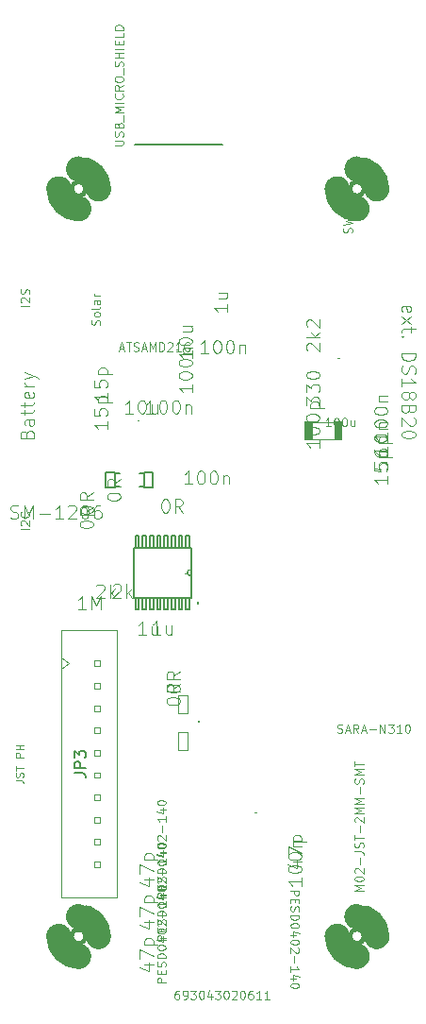
<source format=gbr>
G04 #@! TF.GenerationSoftware,KiCad,Pcbnew,5.1.8+dfsg1-1~bpo10+1*
G04 #@! TF.CreationDate,2021-01-07T21:31:01+01:00*
G04 #@! TF.ProjectId,easyhive,65617379-6869-4766-952e-6b696361645f,rev?*
G04 #@! TF.SameCoordinates,Original*
G04 #@! TF.FileFunction,Other,Fab,Top*
%FSLAX46Y46*%
G04 Gerber Fmt 4.6, Leading zero omitted, Abs format (unit mm)*
G04 Created by KiCad (PCBNEW 5.1.8+dfsg1-1~bpo10+1) date 2021-01-07 21:31:01*
%MOMM*%
%LPD*%
G01*
G04 APERTURE LIST*
%ADD10C,0.100000*%
%ADD11C,0.101600*%
%ADD12C,0.152400*%
%ADD13C,0.127000*%
%ADD14C,0.203200*%
%ADD15C,0.457200*%
%ADD16C,2.286000*%
%ADD17C,0.077216*%
%ADD18C,0.096520*%
%ADD19C,0.001930*%
%ADD20C,0.150000*%
G04 APERTURE END LIST*
D10*
X144952499Y-121800002D02*
X145752500Y-121800002D01*
X144952499Y-120200003D02*
X145752500Y-120200003D01*
X145752500Y-121800002D02*
X145752500Y-120200003D01*
X144952499Y-121800002D02*
X144952499Y-120200003D01*
X144947500Y-118499999D02*
X145747501Y-118499999D01*
X144947500Y-116900000D02*
X145747501Y-116900000D01*
X145747501Y-118499999D02*
X145747501Y-116900000D01*
X144947500Y-118499999D02*
X144947500Y-116900000D01*
D11*
X158965000Y-93987000D02*
X157035000Y-93987000D01*
X158965000Y-92413000D02*
X157035000Y-92413000D01*
D10*
G36*
X159701800Y-92349100D02*
G01*
X158951700Y-92349100D01*
X158951700Y-94049100D01*
X159701800Y-94049100D01*
X159701800Y-92349100D01*
G37*
G36*
X157048300Y-92350900D02*
G01*
X156298200Y-92350900D01*
X156298200Y-94050900D01*
X157048300Y-94050900D01*
X157048300Y-92350900D01*
G37*
D12*
X146077699Y-103648100D02*
X140972299Y-103648100D01*
X146077699Y-108143900D02*
X146077699Y-103648100D01*
X140972299Y-108143900D02*
X146077699Y-108143900D01*
X140972299Y-103648100D02*
X140972299Y-108143900D01*
X145952398Y-109198000D02*
X145952398Y-108143900D01*
X145647598Y-109198000D02*
X145952398Y-109198000D01*
X145647598Y-108143900D02*
X145647598Y-109198000D01*
X145952398Y-108143900D02*
X145647598Y-108143900D01*
X145302398Y-109198000D02*
X145302398Y-108143900D01*
X144997598Y-109198000D02*
X145302398Y-109198000D01*
X144997598Y-108143900D02*
X144997598Y-109198000D01*
X145302398Y-108143900D02*
X144997598Y-108143900D01*
X144652398Y-109198000D02*
X144652398Y-108143900D01*
X144347598Y-109198000D02*
X144652398Y-109198000D01*
X144347598Y-108143900D02*
X144347598Y-109198000D01*
X144652398Y-108143900D02*
X144347598Y-108143900D01*
X144002398Y-109198000D02*
X144002398Y-108143900D01*
X143697598Y-109198000D02*
X144002398Y-109198000D01*
X143697598Y-108143900D02*
X143697598Y-109198000D01*
X144002398Y-108143900D02*
X143697598Y-108143900D01*
X143352398Y-109198000D02*
X143352398Y-108143900D01*
X143047598Y-109198000D02*
X143352398Y-109198000D01*
X143047598Y-108143900D02*
X143047598Y-109198000D01*
X143352398Y-108143900D02*
X143047598Y-108143900D01*
X142702398Y-109198000D02*
X142702398Y-108143900D01*
X142397598Y-109198000D02*
X142702398Y-109198000D01*
X142397598Y-108143900D02*
X142397598Y-109198000D01*
X142702398Y-108143900D02*
X142397598Y-108143900D01*
X142052398Y-109198000D02*
X142052398Y-108143900D01*
X141747598Y-109198000D02*
X142052398Y-109198000D01*
X141747598Y-108143900D02*
X141747598Y-109198000D01*
X142052398Y-108143900D02*
X141747598Y-108143900D01*
X141402399Y-109198000D02*
X141402399Y-108143900D01*
X141097599Y-109198000D02*
X141402399Y-109198000D01*
X141097599Y-108143900D02*
X141097599Y-109198000D01*
X141402399Y-108143900D02*
X141097599Y-108143900D01*
X141097600Y-102594000D02*
X141097600Y-103648100D01*
X141402400Y-102594000D02*
X141097600Y-102594000D01*
X141402400Y-103648100D02*
X141402400Y-102594000D01*
X141097600Y-103648100D02*
X141402400Y-103648100D01*
X141747600Y-102594000D02*
X141747600Y-103648100D01*
X142052400Y-102594000D02*
X141747600Y-102594000D01*
X142052400Y-103648100D02*
X142052400Y-102594000D01*
X141747600Y-103648100D02*
X142052400Y-103648100D01*
X142397600Y-102594000D02*
X142397600Y-103648100D01*
X142702400Y-102594000D02*
X142397600Y-102594000D01*
X142702400Y-103648100D02*
X142702400Y-102594000D01*
X142397600Y-103648100D02*
X142702400Y-103648100D01*
X143047600Y-102594000D02*
X143047600Y-103648100D01*
X143352400Y-102594000D02*
X143047600Y-102594000D01*
X143352400Y-103648100D02*
X143352400Y-102594000D01*
X143047600Y-103648100D02*
X143352400Y-103648100D01*
X143697600Y-102594000D02*
X143697600Y-103648100D01*
X144002400Y-102594000D02*
X143697600Y-102594000D01*
X144002400Y-103648100D02*
X144002400Y-102594000D01*
X143697600Y-103648100D02*
X144002400Y-103648100D01*
X144347600Y-102594000D02*
X144347600Y-103648100D01*
X144652400Y-102594000D02*
X144347600Y-102594000D01*
X144652400Y-103648100D02*
X144652400Y-102594000D01*
X144347600Y-103648100D02*
X144652400Y-103648100D01*
X144997600Y-102594000D02*
X144997600Y-103648100D01*
X145302400Y-102594000D02*
X144997600Y-102594000D01*
X145302400Y-103648100D02*
X145302400Y-102594000D01*
X144997600Y-103648100D02*
X145302400Y-103648100D01*
X145647599Y-102594000D02*
X145647599Y-103648100D01*
X145952399Y-102594000D02*
X145647599Y-102594000D01*
X145952399Y-103648100D02*
X145952399Y-102594000D01*
X145647599Y-103648100D02*
X145952399Y-103648100D01*
X146077699Y-105591200D02*
G75*
G03*
X146077699Y-106200800I0J-304800D01*
G01*
D13*
X148871100Y-67512600D02*
X141071100Y-67512600D01*
D14*
X141850000Y-96900000D02*
X141850000Y-97000000D01*
X141850000Y-97000000D02*
X141850000Y-98200000D01*
X141850000Y-98200000D02*
X141850000Y-98300000D01*
X141850000Y-98300000D02*
X142650000Y-98300000D01*
X142650000Y-98300000D02*
X142650000Y-96900000D01*
X142650000Y-96900000D02*
X141850000Y-96900000D01*
X138450000Y-96900000D02*
X138450000Y-98300000D01*
X138450000Y-98300000D02*
X139250000Y-98300000D01*
X139250000Y-98300000D02*
X139250000Y-98200000D01*
X139250000Y-98200000D02*
X139250000Y-97000000D01*
X139250000Y-97000000D02*
X139250000Y-96900000D01*
X139250000Y-96900000D02*
X138450000Y-96900000D01*
X139250000Y-98200000D02*
X139650000Y-98200000D01*
X141450000Y-98200000D02*
X141850000Y-98200000D01*
X141850000Y-97000000D02*
X141450000Y-97000000D01*
X139650000Y-97000000D02*
X139250000Y-97000000D01*
D15*
X161636100Y-138503600D02*
G75*
G03*
X161636100Y-138503600I-635000J0D01*
G01*
D16*
X162779100Y-138503600D02*
G75*
G03*
X161001100Y-136725600I-1778000J0D01*
G01*
X161001100Y-140281600D02*
G75*
G02*
X159223100Y-138503600I0J1778000D01*
G01*
D15*
X161636100Y-71503600D02*
G75*
G03*
X161636100Y-71503600I-635000J0D01*
G01*
D16*
X162779100Y-71503600D02*
G75*
G03*
X161001100Y-69725600I-1778000J0D01*
G01*
X161001100Y-73281600D02*
G75*
G02*
X159223100Y-71503600I0J1778000D01*
G01*
D15*
X136636100Y-71503600D02*
G75*
G03*
X136636100Y-71503600I-635000J0D01*
G01*
D16*
X137779100Y-71503600D02*
G75*
G03*
X136001100Y-69725600I-1778000J0D01*
G01*
X136001100Y-73281600D02*
G75*
G02*
X134223100Y-71503600I0J1778000D01*
G01*
D15*
X136626600Y-138506200D02*
G75*
G03*
X136626600Y-138506200I-635000J0D01*
G01*
D16*
X137769600Y-138506200D02*
G75*
G03*
X135991600Y-136728200I-1778000J0D01*
G01*
X135991600Y-140284200D02*
G75*
G02*
X134213600Y-138506200I0J1778000D01*
G01*
D10*
X134420800Y-111068400D02*
X134420800Y-135018400D01*
X139420800Y-111068400D02*
X139420800Y-135018400D01*
X134420800Y-111068400D02*
X139420800Y-111068400D01*
X134420800Y-135018400D02*
X139420800Y-135018400D01*
X137920800Y-113793400D02*
X137420800Y-113793400D01*
X137420800Y-113793400D02*
X137420800Y-114293400D01*
X137420800Y-114293400D02*
X137920800Y-114293400D01*
X137920800Y-114293400D02*
X137920800Y-113793400D01*
X137920800Y-115793400D02*
X137420800Y-115793400D01*
X137420800Y-115793400D02*
X137420800Y-116293400D01*
X137420800Y-116293400D02*
X137920800Y-116293400D01*
X137920800Y-116293400D02*
X137920800Y-115793400D01*
X137920800Y-117793400D02*
X137420800Y-117793400D01*
X137420800Y-117793400D02*
X137420800Y-118293400D01*
X137420800Y-118293400D02*
X137920800Y-118293400D01*
X137920800Y-118293400D02*
X137920800Y-117793400D01*
X137920800Y-119793400D02*
X137420800Y-119793400D01*
X137420800Y-119793400D02*
X137420800Y-120293400D01*
X137420800Y-120293400D02*
X137920800Y-120293400D01*
X137920800Y-120293400D02*
X137920800Y-119793400D01*
X137920800Y-121793400D02*
X137420800Y-121793400D01*
X137420800Y-121793400D02*
X137420800Y-122293400D01*
X137420800Y-122293400D02*
X137920800Y-122293400D01*
X137920800Y-122293400D02*
X137920800Y-121793400D01*
X137920800Y-123793400D02*
X137420800Y-123793400D01*
X137420800Y-123793400D02*
X137420800Y-124293400D01*
X137420800Y-124293400D02*
X137920800Y-124293400D01*
X137920800Y-124293400D02*
X137920800Y-123793400D01*
X137920800Y-125793400D02*
X137420800Y-125793400D01*
X137420800Y-125793400D02*
X137420800Y-126293400D01*
X137420800Y-126293400D02*
X137920800Y-126293400D01*
X137920800Y-126293400D02*
X137920800Y-125793400D01*
X137920800Y-127793400D02*
X137420800Y-127793400D01*
X137420800Y-127793400D02*
X137420800Y-128293400D01*
X137420800Y-128293400D02*
X137920800Y-128293400D01*
X137920800Y-128293400D02*
X137920800Y-127793400D01*
X137920800Y-129793400D02*
X137420800Y-129793400D01*
X137420800Y-129793400D02*
X137420800Y-130293400D01*
X137420800Y-130293400D02*
X137920800Y-130293400D01*
X137920800Y-130293400D02*
X137920800Y-129793400D01*
X137920800Y-131793400D02*
X137420800Y-131793400D01*
X137420800Y-131793400D02*
X137420800Y-132293400D01*
X137420800Y-132293400D02*
X137920800Y-132293400D01*
X137920800Y-132293400D02*
X137920800Y-131793400D01*
X134420800Y-113543400D02*
X135127907Y-114043400D01*
X135127907Y-114043400D02*
X134420800Y-114543400D01*
D17*
X161576390Y-134405961D02*
X160804230Y-134405961D01*
X161355773Y-134148575D01*
X160804230Y-133891188D01*
X161576390Y-133891188D01*
X160804230Y-133376415D02*
X160804230Y-133302876D01*
X160841000Y-133229337D01*
X160877769Y-133192567D01*
X160951308Y-133155798D01*
X161098386Y-133119028D01*
X161282234Y-133119028D01*
X161429312Y-133155798D01*
X161502851Y-133192567D01*
X161539620Y-133229337D01*
X161576390Y-133302876D01*
X161576390Y-133376415D01*
X161539620Y-133449954D01*
X161502851Y-133486723D01*
X161429312Y-133523493D01*
X161282234Y-133560262D01*
X161098386Y-133560262D01*
X160951308Y-133523493D01*
X160877769Y-133486723D01*
X160841000Y-133449954D01*
X160804230Y-133376415D01*
X160877769Y-132824872D02*
X160841000Y-132788102D01*
X160804230Y-132714563D01*
X160804230Y-132530716D01*
X160841000Y-132457177D01*
X160877769Y-132420407D01*
X160951308Y-132383638D01*
X161024847Y-132383638D01*
X161135156Y-132420407D01*
X161576390Y-132861641D01*
X161576390Y-132383638D01*
X161282234Y-132052712D02*
X161282234Y-131464400D01*
X160804230Y-130876087D02*
X161355773Y-130876087D01*
X161466081Y-130912857D01*
X161539620Y-130986396D01*
X161576390Y-131096704D01*
X161576390Y-131170243D01*
X161539620Y-130545161D02*
X161576390Y-130434853D01*
X161576390Y-130251005D01*
X161539620Y-130177466D01*
X161502851Y-130140697D01*
X161429312Y-130103927D01*
X161355773Y-130103927D01*
X161282234Y-130140697D01*
X161245464Y-130177466D01*
X161208695Y-130251005D01*
X161171925Y-130398083D01*
X161135156Y-130471622D01*
X161098386Y-130508392D01*
X161024847Y-130545161D01*
X160951308Y-130545161D01*
X160877769Y-130508392D01*
X160841000Y-130471622D01*
X160804230Y-130398083D01*
X160804230Y-130214236D01*
X160841000Y-130103927D01*
X160804230Y-129883310D02*
X160804230Y-129442076D01*
X161576390Y-129662693D02*
X160804230Y-129662693D01*
X161282234Y-129184689D02*
X161282234Y-128596377D01*
X160877769Y-128265451D02*
X160841000Y-128228681D01*
X160804230Y-128155142D01*
X160804230Y-127971295D01*
X160841000Y-127897756D01*
X160877769Y-127860986D01*
X160951308Y-127824217D01*
X161024847Y-127824217D01*
X161135156Y-127860986D01*
X161576390Y-128302221D01*
X161576390Y-127824217D01*
X161576390Y-127493291D02*
X160804230Y-127493291D01*
X161355773Y-127235904D01*
X160804230Y-126978518D01*
X161576390Y-126978518D01*
X161576390Y-126610822D02*
X160804230Y-126610822D01*
X161355773Y-126353436D01*
X160804230Y-126096049D01*
X161576390Y-126096049D01*
X161282234Y-125728354D02*
X161282234Y-125140041D01*
X161539620Y-124809116D02*
X161576390Y-124698807D01*
X161576390Y-124514960D01*
X161539620Y-124441421D01*
X161502851Y-124404651D01*
X161429312Y-124367881D01*
X161355773Y-124367881D01*
X161282234Y-124404651D01*
X161245464Y-124441421D01*
X161208695Y-124514960D01*
X161171925Y-124662038D01*
X161135156Y-124735577D01*
X161098386Y-124772346D01*
X161024847Y-124809116D01*
X160951308Y-124809116D01*
X160877769Y-124772346D01*
X160841000Y-124735577D01*
X160804230Y-124662038D01*
X160804230Y-124478190D01*
X160841000Y-124367881D01*
X161576390Y-124036956D02*
X160804230Y-124036956D01*
X161355773Y-123779569D01*
X160804230Y-123522182D01*
X161576390Y-123522182D01*
X160804230Y-123264796D02*
X160804230Y-122823561D01*
X161576390Y-123044179D02*
X160804230Y-123044179D01*
D18*
X165083404Y-82501881D02*
X165025952Y-82386976D01*
X165025952Y-82157166D01*
X165083404Y-82042262D01*
X165198309Y-81984809D01*
X165657928Y-81984809D01*
X165772833Y-82042262D01*
X165830285Y-82157166D01*
X165830285Y-82386976D01*
X165772833Y-82501881D01*
X165657928Y-82559333D01*
X165543023Y-82559333D01*
X165428119Y-81984809D01*
X165025952Y-82961500D02*
X165830285Y-83593476D01*
X165830285Y-82961500D02*
X165025952Y-83593476D01*
X165830285Y-83880738D02*
X165830285Y-84340357D01*
X166232452Y-84053095D02*
X165198309Y-84053095D01*
X165083404Y-84110547D01*
X165025952Y-84225452D01*
X165025952Y-84340357D01*
X165140857Y-84742523D02*
X165083404Y-84799976D01*
X165025952Y-84742523D01*
X165083404Y-84685071D01*
X165140857Y-84742523D01*
X165025952Y-84742523D01*
X165025952Y-86236285D02*
X166232452Y-86236285D01*
X166232452Y-86523547D01*
X166175000Y-86695904D01*
X166060095Y-86810809D01*
X165945190Y-86868262D01*
X165715380Y-86925714D01*
X165543023Y-86925714D01*
X165313214Y-86868262D01*
X165198309Y-86810809D01*
X165083404Y-86695904D01*
X165025952Y-86523547D01*
X165025952Y-86236285D01*
X165083404Y-87385333D02*
X165025952Y-87557690D01*
X165025952Y-87844952D01*
X165083404Y-87959857D01*
X165140857Y-88017309D01*
X165255761Y-88074762D01*
X165370666Y-88074762D01*
X165485571Y-88017309D01*
X165543023Y-87959857D01*
X165600476Y-87844952D01*
X165657928Y-87615142D01*
X165715380Y-87500238D01*
X165772833Y-87442785D01*
X165887738Y-87385333D01*
X166002642Y-87385333D01*
X166117547Y-87442785D01*
X166175000Y-87500238D01*
X166232452Y-87615142D01*
X166232452Y-87902404D01*
X166175000Y-88074762D01*
X165025952Y-89223809D02*
X165025952Y-88534381D01*
X165025952Y-88879095D02*
X166232452Y-88879095D01*
X166060095Y-88764190D01*
X165945190Y-88649285D01*
X165887738Y-88534381D01*
X165715380Y-89913238D02*
X165772833Y-89798333D01*
X165830285Y-89740881D01*
X165945190Y-89683428D01*
X166002642Y-89683428D01*
X166117547Y-89740881D01*
X166175000Y-89798333D01*
X166232452Y-89913238D01*
X166232452Y-90143047D01*
X166175000Y-90257952D01*
X166117547Y-90315404D01*
X166002642Y-90372857D01*
X165945190Y-90372857D01*
X165830285Y-90315404D01*
X165772833Y-90257952D01*
X165715380Y-90143047D01*
X165715380Y-89913238D01*
X165657928Y-89798333D01*
X165600476Y-89740881D01*
X165485571Y-89683428D01*
X165255761Y-89683428D01*
X165140857Y-89740881D01*
X165083404Y-89798333D01*
X165025952Y-89913238D01*
X165025952Y-90143047D01*
X165083404Y-90257952D01*
X165140857Y-90315404D01*
X165255761Y-90372857D01*
X165485571Y-90372857D01*
X165600476Y-90315404D01*
X165657928Y-90257952D01*
X165715380Y-90143047D01*
X165657928Y-91292095D02*
X165600476Y-91464452D01*
X165543023Y-91521904D01*
X165428119Y-91579357D01*
X165255761Y-91579357D01*
X165140857Y-91521904D01*
X165083404Y-91464452D01*
X165025952Y-91349547D01*
X165025952Y-90889928D01*
X166232452Y-90889928D01*
X166232452Y-91292095D01*
X166175000Y-91407000D01*
X166117547Y-91464452D01*
X166002642Y-91521904D01*
X165887738Y-91521904D01*
X165772833Y-91464452D01*
X165715380Y-91407000D01*
X165657928Y-91292095D01*
X165657928Y-90889928D01*
X166117547Y-92038976D02*
X166175000Y-92096428D01*
X166232452Y-92211333D01*
X166232452Y-92498595D01*
X166175000Y-92613500D01*
X166117547Y-92670952D01*
X166002642Y-92728404D01*
X165887738Y-92728404D01*
X165715380Y-92670952D01*
X165025952Y-91981523D01*
X165025952Y-92728404D01*
X166232452Y-93475285D02*
X166232452Y-93590190D01*
X166175000Y-93705095D01*
X166117547Y-93762547D01*
X166002642Y-93820000D01*
X165772833Y-93877452D01*
X165485571Y-93877452D01*
X165255761Y-93820000D01*
X165140857Y-93762547D01*
X165083404Y-93705095D01*
X165025952Y-93590190D01*
X165025952Y-93475285D01*
X165083404Y-93360381D01*
X165140857Y-93302928D01*
X165255761Y-93245476D01*
X165485571Y-93188023D01*
X165772833Y-93188023D01*
X166002642Y-93245476D01*
X166117547Y-93302928D01*
X166175000Y-93360381D01*
X166232452Y-93475285D01*
D17*
X131561490Y-101999561D02*
X130789330Y-101999561D01*
X130862869Y-101668636D02*
X130826100Y-101631866D01*
X130789330Y-101558327D01*
X130789330Y-101374480D01*
X130826100Y-101300941D01*
X130862869Y-101264171D01*
X130936408Y-101227401D01*
X131009947Y-101227401D01*
X131120256Y-101264171D01*
X131561490Y-101705405D01*
X131561490Y-101227401D01*
X131487951Y-100455241D02*
X131524720Y-100492011D01*
X131561490Y-100602320D01*
X131561490Y-100675859D01*
X131524720Y-100786167D01*
X131451181Y-100859706D01*
X131377642Y-100896476D01*
X131230564Y-100933245D01*
X131120256Y-100933245D01*
X130973178Y-100896476D01*
X130899639Y-100859706D01*
X130826100Y-100786167D01*
X130789330Y-100675859D01*
X130789330Y-100602320D01*
X130826100Y-100492011D01*
X130862869Y-100455241D01*
D18*
X131343171Y-93481433D02*
X131400623Y-93309076D01*
X131458076Y-93251623D01*
X131572980Y-93194171D01*
X131745338Y-93194171D01*
X131860242Y-93251623D01*
X131917695Y-93309076D01*
X131975147Y-93423981D01*
X131975147Y-93883600D01*
X130768647Y-93883600D01*
X130768647Y-93481433D01*
X130826100Y-93366528D01*
X130883552Y-93309076D01*
X130998457Y-93251623D01*
X131113361Y-93251623D01*
X131228266Y-93309076D01*
X131285719Y-93366528D01*
X131343171Y-93481433D01*
X131343171Y-93883600D01*
X131975147Y-92160028D02*
X131343171Y-92160028D01*
X131228266Y-92217481D01*
X131170814Y-92332385D01*
X131170814Y-92562195D01*
X131228266Y-92677100D01*
X131917695Y-92160028D02*
X131975147Y-92274933D01*
X131975147Y-92562195D01*
X131917695Y-92677100D01*
X131802790Y-92734552D01*
X131687885Y-92734552D01*
X131572980Y-92677100D01*
X131515528Y-92562195D01*
X131515528Y-92274933D01*
X131458076Y-92160028D01*
X131170814Y-91757862D02*
X131170814Y-91298242D01*
X130768647Y-91585504D02*
X131802790Y-91585504D01*
X131917695Y-91528052D01*
X131975147Y-91413147D01*
X131975147Y-91298242D01*
X131170814Y-91068433D02*
X131170814Y-90608814D01*
X130768647Y-90896076D02*
X131802790Y-90896076D01*
X131917695Y-90838623D01*
X131975147Y-90723719D01*
X131975147Y-90608814D01*
X131917695Y-89747028D02*
X131975147Y-89861933D01*
X131975147Y-90091742D01*
X131917695Y-90206647D01*
X131802790Y-90264100D01*
X131343171Y-90264100D01*
X131228266Y-90206647D01*
X131170814Y-90091742D01*
X131170814Y-89861933D01*
X131228266Y-89747028D01*
X131343171Y-89689576D01*
X131458076Y-89689576D01*
X131572980Y-90264100D01*
X131975147Y-89172504D02*
X131170814Y-89172504D01*
X131400623Y-89172504D02*
X131285719Y-89115052D01*
X131228266Y-89057600D01*
X131170814Y-88942695D01*
X131170814Y-88827790D01*
X131170814Y-88540528D02*
X131975147Y-88253266D01*
X131170814Y-87966004D02*
X131975147Y-88253266D01*
X132262409Y-88368171D01*
X132319861Y-88425623D01*
X132377314Y-88540528D01*
D17*
X131561490Y-81999561D02*
X130789330Y-81999561D01*
X130862869Y-81668636D02*
X130826100Y-81631866D01*
X130789330Y-81558327D01*
X130789330Y-81374480D01*
X130826100Y-81300941D01*
X130862869Y-81264171D01*
X130936408Y-81227401D01*
X131009947Y-81227401D01*
X131120256Y-81264171D01*
X131561490Y-81705405D01*
X131561490Y-81227401D01*
X131524720Y-80933245D02*
X131561490Y-80822937D01*
X131561490Y-80639089D01*
X131524720Y-80565550D01*
X131487951Y-80528781D01*
X131414412Y-80492011D01*
X131340873Y-80492011D01*
X131267334Y-80528781D01*
X131230564Y-80565550D01*
X131193795Y-80639089D01*
X131157025Y-80786167D01*
X131120256Y-80859706D01*
X131083486Y-80896476D01*
X131009947Y-80933245D01*
X130936408Y-80933245D01*
X130862869Y-80896476D01*
X130826100Y-80859706D01*
X130789330Y-80786167D01*
X130789330Y-80602320D01*
X130826100Y-80492011D01*
X160524720Y-75436331D02*
X160561490Y-75326022D01*
X160561490Y-75142175D01*
X160524720Y-75068636D01*
X160487951Y-75031866D01*
X160414412Y-74995097D01*
X160340873Y-74995097D01*
X160267334Y-75031866D01*
X160230564Y-75068636D01*
X160193795Y-75142175D01*
X160157025Y-75289253D01*
X160120256Y-75362792D01*
X160083486Y-75399561D01*
X160009947Y-75436331D01*
X159936408Y-75436331D01*
X159862869Y-75399561D01*
X159826100Y-75362792D01*
X159789330Y-75289253D01*
X159789330Y-75105405D01*
X159826100Y-74995097D01*
X159789330Y-74737710D02*
X160561490Y-74553862D01*
X160009947Y-74406784D01*
X160561490Y-74259706D01*
X159789330Y-74075859D01*
X160561490Y-73781702D02*
X159789330Y-73781702D01*
X159789330Y-73597855D01*
X159826100Y-73487546D01*
X159899639Y-73414007D01*
X159973178Y-73377238D01*
X160120256Y-73340468D01*
X160230564Y-73340468D01*
X160377642Y-73377238D01*
X160451181Y-73414007D01*
X160524720Y-73487546D01*
X160561490Y-73597855D01*
X160561490Y-73781702D01*
X137874720Y-83691813D02*
X137911490Y-83581504D01*
X137911490Y-83397657D01*
X137874720Y-83324118D01*
X137837951Y-83287348D01*
X137764412Y-83250578D01*
X137690873Y-83250578D01*
X137617334Y-83287348D01*
X137580564Y-83324118D01*
X137543795Y-83397657D01*
X137507025Y-83544735D01*
X137470256Y-83618274D01*
X137433486Y-83655043D01*
X137359947Y-83691813D01*
X137286408Y-83691813D01*
X137212869Y-83655043D01*
X137176100Y-83618274D01*
X137139330Y-83544735D01*
X137139330Y-83360887D01*
X137176100Y-83250578D01*
X137911490Y-82809344D02*
X137874720Y-82882883D01*
X137837951Y-82919653D01*
X137764412Y-82956422D01*
X137543795Y-82956422D01*
X137470256Y-82919653D01*
X137433486Y-82882883D01*
X137396717Y-82809344D01*
X137396717Y-82699036D01*
X137433486Y-82625497D01*
X137470256Y-82588727D01*
X137543795Y-82551958D01*
X137764412Y-82551958D01*
X137837951Y-82588727D01*
X137874720Y-82625497D01*
X137911490Y-82699036D01*
X137911490Y-82809344D01*
X137911490Y-82110723D02*
X137874720Y-82184262D01*
X137801181Y-82221032D01*
X137139330Y-82221032D01*
X137911490Y-81485641D02*
X137507025Y-81485641D01*
X137433486Y-81522411D01*
X137396717Y-81595950D01*
X137396717Y-81743028D01*
X137433486Y-81816567D01*
X137874720Y-81485641D02*
X137911490Y-81559180D01*
X137911490Y-81743028D01*
X137874720Y-81816567D01*
X137801181Y-81853337D01*
X137727642Y-81853337D01*
X137654103Y-81816567D01*
X137617334Y-81743028D01*
X137617334Y-81559180D01*
X137580564Y-81485641D01*
X137911490Y-81117946D02*
X137396717Y-81117946D01*
X137543795Y-81117946D02*
X137470256Y-81081177D01*
X137433486Y-81044407D01*
X137396717Y-80970868D01*
X137396717Y-80897329D01*
X158638502Y-92792390D02*
X158197268Y-92792390D01*
X158417885Y-92792390D02*
X158417885Y-92020230D01*
X158344346Y-92130539D01*
X158270807Y-92204078D01*
X158197268Y-92240847D01*
X159116506Y-92020230D02*
X159190045Y-92020230D01*
X159263584Y-92057000D01*
X159300354Y-92093769D01*
X159337123Y-92167308D01*
X159373893Y-92314386D01*
X159373893Y-92498234D01*
X159337123Y-92645312D01*
X159300354Y-92718851D01*
X159263584Y-92755620D01*
X159190045Y-92792390D01*
X159116506Y-92792390D01*
X159042967Y-92755620D01*
X159006198Y-92718851D01*
X158969428Y-92645312D01*
X158932658Y-92498234D01*
X158932658Y-92314386D01*
X158969428Y-92167308D01*
X159006198Y-92093769D01*
X159042967Y-92057000D01*
X159116506Y-92020230D01*
X159851897Y-92020230D02*
X159925436Y-92020230D01*
X159998975Y-92057000D01*
X160035744Y-92093769D01*
X160072514Y-92167308D01*
X160109283Y-92314386D01*
X160109283Y-92498234D01*
X160072514Y-92645312D01*
X160035744Y-92718851D01*
X159998975Y-92755620D01*
X159925436Y-92792390D01*
X159851897Y-92792390D01*
X159778358Y-92755620D01*
X159741588Y-92718851D01*
X159704818Y-92645312D01*
X159668049Y-92498234D01*
X159668049Y-92314386D01*
X159704818Y-92167308D01*
X159741588Y-92093769D01*
X159778358Y-92057000D01*
X159851897Y-92020230D01*
X160771135Y-92277617D02*
X160771135Y-92792390D01*
X160440209Y-92277617D02*
X160440209Y-92682081D01*
X160476978Y-92755620D01*
X160550518Y-92792390D01*
X160660826Y-92792390D01*
X160734365Y-92755620D01*
X160771135Y-92718851D01*
X139219330Y-67593561D02*
X139844412Y-67593561D01*
X139917951Y-67556792D01*
X139954720Y-67520022D01*
X139991490Y-67446483D01*
X139991490Y-67299405D01*
X139954720Y-67225866D01*
X139917951Y-67189097D01*
X139844412Y-67152327D01*
X139219330Y-67152327D01*
X139954720Y-66821401D02*
X139991490Y-66711093D01*
X139991490Y-66527245D01*
X139954720Y-66453706D01*
X139917951Y-66416937D01*
X139844412Y-66380167D01*
X139770873Y-66380167D01*
X139697334Y-66416937D01*
X139660564Y-66453706D01*
X139623795Y-66527245D01*
X139587025Y-66674323D01*
X139550256Y-66747862D01*
X139513486Y-66784632D01*
X139439947Y-66821401D01*
X139366408Y-66821401D01*
X139292869Y-66784632D01*
X139256100Y-66747862D01*
X139219330Y-66674323D01*
X139219330Y-66490476D01*
X139256100Y-66380167D01*
X139587025Y-65791855D02*
X139623795Y-65681546D01*
X139660564Y-65644777D01*
X139734103Y-65608007D01*
X139844412Y-65608007D01*
X139917951Y-65644777D01*
X139954720Y-65681546D01*
X139991490Y-65755085D01*
X139991490Y-66049241D01*
X139219330Y-66049241D01*
X139219330Y-65791855D01*
X139256100Y-65718316D01*
X139292869Y-65681546D01*
X139366408Y-65644777D01*
X139439947Y-65644777D01*
X139513486Y-65681546D01*
X139550256Y-65718316D01*
X139587025Y-65791855D01*
X139587025Y-66049241D01*
X140065029Y-65460929D02*
X140065029Y-64872617D01*
X139991490Y-64688769D02*
X139219330Y-64688769D01*
X139770873Y-64431382D01*
X139219330Y-64173996D01*
X139991490Y-64173996D01*
X139991490Y-63806301D02*
X139219330Y-63806301D01*
X139917951Y-62997371D02*
X139954720Y-63034141D01*
X139991490Y-63144449D01*
X139991490Y-63217988D01*
X139954720Y-63328297D01*
X139881181Y-63401836D01*
X139807642Y-63438605D01*
X139660564Y-63475375D01*
X139550256Y-63475375D01*
X139403178Y-63438605D01*
X139329639Y-63401836D01*
X139256100Y-63328297D01*
X139219330Y-63217988D01*
X139219330Y-63144449D01*
X139256100Y-63034141D01*
X139292869Y-62997371D01*
X139991490Y-62225211D02*
X139623795Y-62482598D01*
X139991490Y-62666445D02*
X139219330Y-62666445D01*
X139219330Y-62372289D01*
X139256100Y-62298750D01*
X139292869Y-62261981D01*
X139366408Y-62225211D01*
X139476717Y-62225211D01*
X139550256Y-62261981D01*
X139587025Y-62298750D01*
X139623795Y-62372289D01*
X139623795Y-62666445D01*
X139219330Y-61747207D02*
X139219330Y-61600129D01*
X139256100Y-61526590D01*
X139329639Y-61453051D01*
X139476717Y-61416281D01*
X139734103Y-61416281D01*
X139881181Y-61453051D01*
X139954720Y-61526590D01*
X139991490Y-61600129D01*
X139991490Y-61747207D01*
X139954720Y-61820746D01*
X139881181Y-61894285D01*
X139734103Y-61931055D01*
X139476717Y-61931055D01*
X139329639Y-61894285D01*
X139256100Y-61820746D01*
X139219330Y-61747207D01*
X140065029Y-61269203D02*
X140065029Y-60680891D01*
X139954720Y-60533813D02*
X139991490Y-60423504D01*
X139991490Y-60239657D01*
X139954720Y-60166118D01*
X139917951Y-60129348D01*
X139844412Y-60092579D01*
X139770873Y-60092579D01*
X139697334Y-60129348D01*
X139660564Y-60166118D01*
X139623795Y-60239657D01*
X139587025Y-60386735D01*
X139550256Y-60460274D01*
X139513486Y-60497043D01*
X139439947Y-60533813D01*
X139366408Y-60533813D01*
X139292869Y-60497043D01*
X139256100Y-60460274D01*
X139219330Y-60386735D01*
X139219330Y-60202887D01*
X139256100Y-60092579D01*
X139991490Y-59761653D02*
X139219330Y-59761653D01*
X139587025Y-59761653D02*
X139587025Y-59320419D01*
X139991490Y-59320419D02*
X139219330Y-59320419D01*
X139991490Y-58952723D02*
X139219330Y-58952723D01*
X139587025Y-58585028D02*
X139587025Y-58327641D01*
X139991490Y-58217333D02*
X139991490Y-58585028D01*
X139219330Y-58585028D01*
X139219330Y-58217333D01*
X139991490Y-57518712D02*
X139991490Y-57886407D01*
X139219330Y-57886407D01*
X139991490Y-57261325D02*
X139219330Y-57261325D01*
X139219330Y-57077478D01*
X139256100Y-56967169D01*
X139329639Y-56893630D01*
X139403178Y-56856861D01*
X139550256Y-56820091D01*
X139660564Y-56820091D01*
X139807642Y-56856861D01*
X139881181Y-56893630D01*
X139954720Y-56967169D01*
X139991490Y-57077478D01*
X139991490Y-57261325D01*
D19*
X146668720Y-108673077D02*
X146668720Y-108659289D01*
X146692850Y-108666183D02*
X146668720Y-108666183D01*
X146692850Y-108651245D02*
X146668720Y-108651245D01*
X146668720Y-108642053D01*
X146669870Y-108639755D01*
X146671019Y-108638606D01*
X146673317Y-108637457D01*
X146676764Y-108637457D01*
X146679062Y-108638606D01*
X146680211Y-108639755D01*
X146681360Y-108642053D01*
X146681360Y-108651245D01*
X146668720Y-108630563D02*
X146668720Y-108616774D01*
X146692850Y-108623668D02*
X146668720Y-108623668D01*
X146692850Y-108608731D02*
X146668720Y-108608731D01*
X146668720Y-108599538D01*
X146669870Y-108597240D01*
X146671019Y-108596091D01*
X146673317Y-108594942D01*
X146676764Y-108594942D01*
X146679062Y-108596091D01*
X146680211Y-108597240D01*
X146681360Y-108599538D01*
X146681360Y-108608731D01*
X146668720Y-108580004D02*
X146668720Y-108577706D01*
X146669870Y-108575408D01*
X146671019Y-108574259D01*
X146673317Y-108573110D01*
X146677913Y-108571961D01*
X146683658Y-108571961D01*
X146688254Y-108573110D01*
X146690552Y-108574259D01*
X146691701Y-108575408D01*
X146692850Y-108577706D01*
X146692850Y-108580004D01*
X146691701Y-108582303D01*
X146690552Y-108583452D01*
X146688254Y-108584601D01*
X146683658Y-108585750D01*
X146677913Y-108585750D01*
X146673317Y-108584601D01*
X146671019Y-108583452D01*
X146669870Y-108582303D01*
X146668720Y-108580004D01*
X146679062Y-108558173D02*
X146677913Y-108560471D01*
X146676764Y-108561620D01*
X146674466Y-108562769D01*
X146673317Y-108562769D01*
X146671019Y-108561620D01*
X146669870Y-108560471D01*
X146668720Y-108558173D01*
X146668720Y-108553576D01*
X146669870Y-108551278D01*
X146671019Y-108550129D01*
X146673317Y-108548980D01*
X146674466Y-108548980D01*
X146676764Y-108550129D01*
X146677913Y-108551278D01*
X146679062Y-108553576D01*
X146679062Y-108558173D01*
X146680211Y-108560471D01*
X146681360Y-108561620D01*
X146683658Y-108562769D01*
X146688254Y-108562769D01*
X146690552Y-108561620D01*
X146691701Y-108560471D01*
X146692850Y-108558173D01*
X146692850Y-108553576D01*
X146691701Y-108551278D01*
X146690552Y-108550129D01*
X146688254Y-108548980D01*
X146683658Y-108548980D01*
X146681360Y-108550129D01*
X146680211Y-108551278D01*
X146679062Y-108553576D01*
X146692850Y-108524850D02*
X146681360Y-108532894D01*
X146692850Y-108538639D02*
X146668720Y-108538639D01*
X146668720Y-108529446D01*
X146669870Y-108527148D01*
X146671019Y-108525999D01*
X146673317Y-108524850D01*
X146676764Y-108524850D01*
X146679062Y-108525999D01*
X146680211Y-108527148D01*
X146681360Y-108529446D01*
X146681360Y-108538639D01*
X159222552Y-86655720D02*
X159236341Y-86655720D01*
X159229446Y-86679850D02*
X159229446Y-86655720D01*
X159244384Y-86679850D02*
X159244384Y-86655720D01*
X159253576Y-86655720D01*
X159255874Y-86656870D01*
X159257024Y-86658019D01*
X159258173Y-86660317D01*
X159258173Y-86663764D01*
X159257024Y-86666062D01*
X159255874Y-86667211D01*
X159253576Y-86668360D01*
X159244384Y-86668360D01*
X159265067Y-86655720D02*
X159278855Y-86655720D01*
X159271961Y-86679850D02*
X159271961Y-86655720D01*
X159286899Y-86679850D02*
X159286899Y-86655720D01*
X159296091Y-86655720D01*
X159298389Y-86656870D01*
X159299538Y-86658019D01*
X159300687Y-86660317D01*
X159300687Y-86663764D01*
X159299538Y-86666062D01*
X159298389Y-86667211D01*
X159296091Y-86668360D01*
X159286899Y-86668360D01*
X159315625Y-86655720D02*
X159317923Y-86655720D01*
X159320221Y-86656870D01*
X159321370Y-86658019D01*
X159322519Y-86660317D01*
X159323668Y-86664913D01*
X159323668Y-86670658D01*
X159322519Y-86675254D01*
X159321370Y-86677552D01*
X159320221Y-86678701D01*
X159317923Y-86679850D01*
X159315625Y-86679850D01*
X159313327Y-86678701D01*
X159312178Y-86677552D01*
X159311029Y-86675254D01*
X159309880Y-86670658D01*
X159309880Y-86664913D01*
X159311029Y-86660317D01*
X159312178Y-86658019D01*
X159313327Y-86656870D01*
X159315625Y-86655720D01*
X159337457Y-86666062D02*
X159335159Y-86664913D01*
X159334010Y-86663764D01*
X159332861Y-86661466D01*
X159332861Y-86660317D01*
X159334010Y-86658019D01*
X159335159Y-86656870D01*
X159337457Y-86655720D01*
X159342053Y-86655720D01*
X159344351Y-86656870D01*
X159345500Y-86658019D01*
X159346649Y-86660317D01*
X159346649Y-86661466D01*
X159345500Y-86663764D01*
X159344351Y-86664913D01*
X159342053Y-86666062D01*
X159337457Y-86666062D01*
X159335159Y-86667211D01*
X159334010Y-86668360D01*
X159332861Y-86670658D01*
X159332861Y-86675254D01*
X159334010Y-86677552D01*
X159335159Y-86678701D01*
X159337457Y-86679850D01*
X159342053Y-86679850D01*
X159344351Y-86678701D01*
X159345500Y-86677552D01*
X159346649Y-86675254D01*
X159346649Y-86670658D01*
X159345500Y-86668360D01*
X159344351Y-86667211D01*
X159342053Y-86666062D01*
X159370779Y-86679850D02*
X159362736Y-86668360D01*
X159356991Y-86679850D02*
X159356991Y-86655720D01*
X159366183Y-86655720D01*
X159368481Y-86656870D01*
X159369630Y-86658019D01*
X159370779Y-86660317D01*
X159370779Y-86663764D01*
X159369630Y-86666062D01*
X159368481Y-86667211D01*
X159366183Y-86668360D01*
X159356991Y-86668360D01*
X145872552Y-85805720D02*
X145886341Y-85805720D01*
X145879446Y-85829850D02*
X145879446Y-85805720D01*
X145894384Y-85829850D02*
X145894384Y-85805720D01*
X145903576Y-85805720D01*
X145905874Y-85806870D01*
X145907024Y-85808019D01*
X145908173Y-85810317D01*
X145908173Y-85813764D01*
X145907024Y-85816062D01*
X145905874Y-85817211D01*
X145903576Y-85818360D01*
X145894384Y-85818360D01*
X145915067Y-85805720D02*
X145928855Y-85805720D01*
X145921961Y-85829850D02*
X145921961Y-85805720D01*
X145936899Y-85829850D02*
X145936899Y-85805720D01*
X145946091Y-85805720D01*
X145948389Y-85806870D01*
X145949538Y-85808019D01*
X145950687Y-85810317D01*
X145950687Y-85813764D01*
X145949538Y-85816062D01*
X145948389Y-85817211D01*
X145946091Y-85818360D01*
X145936899Y-85818360D01*
X145965625Y-85805720D02*
X145967923Y-85805720D01*
X145970221Y-85806870D01*
X145971370Y-85808019D01*
X145972519Y-85810317D01*
X145973668Y-85814913D01*
X145973668Y-85820658D01*
X145972519Y-85825254D01*
X145971370Y-85827552D01*
X145970221Y-85828701D01*
X145967923Y-85829850D01*
X145965625Y-85829850D01*
X145963327Y-85828701D01*
X145962178Y-85827552D01*
X145961029Y-85825254D01*
X145959880Y-85820658D01*
X145959880Y-85814913D01*
X145961029Y-85810317D01*
X145962178Y-85808019D01*
X145963327Y-85806870D01*
X145965625Y-85805720D01*
X145987457Y-85816062D02*
X145985159Y-85814913D01*
X145984010Y-85813764D01*
X145982861Y-85811466D01*
X145982861Y-85810317D01*
X145984010Y-85808019D01*
X145985159Y-85806870D01*
X145987457Y-85805720D01*
X145992053Y-85805720D01*
X145994351Y-85806870D01*
X145995500Y-85808019D01*
X145996649Y-85810317D01*
X145996649Y-85811466D01*
X145995500Y-85813764D01*
X145994351Y-85814913D01*
X145992053Y-85816062D01*
X145987457Y-85816062D01*
X145985159Y-85817211D01*
X145984010Y-85818360D01*
X145982861Y-85820658D01*
X145982861Y-85825254D01*
X145984010Y-85827552D01*
X145985159Y-85828701D01*
X145987457Y-85829850D01*
X145992053Y-85829850D01*
X145994351Y-85828701D01*
X145995500Y-85827552D01*
X145996649Y-85825254D01*
X145996649Y-85820658D01*
X145995500Y-85818360D01*
X145994351Y-85817211D01*
X145992053Y-85816062D01*
X146020779Y-85829850D02*
X146012736Y-85818360D01*
X146006991Y-85829850D02*
X146006991Y-85805720D01*
X146016183Y-85805720D01*
X146018481Y-85806870D01*
X146019630Y-85808019D01*
X146020779Y-85810317D01*
X146020779Y-85813764D01*
X146019630Y-85816062D01*
X146018481Y-85817211D01*
X146016183Y-85818360D01*
X146006991Y-85818360D01*
X144752402Y-85868070D02*
X144766191Y-85868070D01*
X144759296Y-85892200D02*
X144759296Y-85868070D01*
X144774234Y-85892200D02*
X144774234Y-85868070D01*
X144783426Y-85868070D01*
X144785724Y-85869220D01*
X144786874Y-85870369D01*
X144788023Y-85872667D01*
X144788023Y-85876114D01*
X144786874Y-85878412D01*
X144785724Y-85879561D01*
X144783426Y-85880710D01*
X144774234Y-85880710D01*
X144794917Y-85868070D02*
X144808705Y-85868070D01*
X144801811Y-85892200D02*
X144801811Y-85868070D01*
X144816749Y-85892200D02*
X144816749Y-85868070D01*
X144825941Y-85868070D01*
X144828239Y-85869220D01*
X144829388Y-85870369D01*
X144830537Y-85872667D01*
X144830537Y-85876114D01*
X144829388Y-85878412D01*
X144828239Y-85879561D01*
X144825941Y-85880710D01*
X144816749Y-85880710D01*
X144845475Y-85868070D02*
X144847773Y-85868070D01*
X144850071Y-85869220D01*
X144851220Y-85870369D01*
X144852369Y-85872667D01*
X144853518Y-85877263D01*
X144853518Y-85883008D01*
X144852369Y-85887604D01*
X144851220Y-85889902D01*
X144850071Y-85891051D01*
X144847773Y-85892200D01*
X144845475Y-85892200D01*
X144843177Y-85891051D01*
X144842028Y-85889902D01*
X144840879Y-85887604D01*
X144839730Y-85883008D01*
X144839730Y-85877263D01*
X144840879Y-85872667D01*
X144842028Y-85870369D01*
X144843177Y-85869220D01*
X144845475Y-85868070D01*
X144867307Y-85878412D02*
X144865009Y-85877263D01*
X144863860Y-85876114D01*
X144862711Y-85873816D01*
X144862711Y-85872667D01*
X144863860Y-85870369D01*
X144865009Y-85869220D01*
X144867307Y-85868070D01*
X144871903Y-85868070D01*
X144874201Y-85869220D01*
X144875350Y-85870369D01*
X144876499Y-85872667D01*
X144876499Y-85873816D01*
X144875350Y-85876114D01*
X144874201Y-85877263D01*
X144871903Y-85878412D01*
X144867307Y-85878412D01*
X144865009Y-85879561D01*
X144863860Y-85880710D01*
X144862711Y-85883008D01*
X144862711Y-85887604D01*
X144863860Y-85889902D01*
X144865009Y-85891051D01*
X144867307Y-85892200D01*
X144871903Y-85892200D01*
X144874201Y-85891051D01*
X144875350Y-85889902D01*
X144876499Y-85887604D01*
X144876499Y-85883008D01*
X144875350Y-85880710D01*
X144874201Y-85879561D01*
X144871903Y-85878412D01*
X144900629Y-85892200D02*
X144892586Y-85880710D01*
X144886841Y-85892200D02*
X144886841Y-85868070D01*
X144896033Y-85868070D01*
X144898331Y-85869220D01*
X144899480Y-85870369D01*
X144900629Y-85872667D01*
X144900629Y-85876114D01*
X144899480Y-85878412D01*
X144898331Y-85879561D01*
X144896033Y-85880710D01*
X144886841Y-85880710D01*
X141259902Y-92218070D02*
X141273691Y-92218070D01*
X141266796Y-92242200D02*
X141266796Y-92218070D01*
X141281734Y-92242200D02*
X141281734Y-92218070D01*
X141290926Y-92218070D01*
X141293224Y-92219220D01*
X141294374Y-92220369D01*
X141295523Y-92222667D01*
X141295523Y-92226114D01*
X141294374Y-92228412D01*
X141293224Y-92229561D01*
X141290926Y-92230710D01*
X141281734Y-92230710D01*
X141302417Y-92218070D02*
X141316205Y-92218070D01*
X141309311Y-92242200D02*
X141309311Y-92218070D01*
X141324249Y-92242200D02*
X141324249Y-92218070D01*
X141333441Y-92218070D01*
X141335739Y-92219220D01*
X141336888Y-92220369D01*
X141338037Y-92222667D01*
X141338037Y-92226114D01*
X141336888Y-92228412D01*
X141335739Y-92229561D01*
X141333441Y-92230710D01*
X141324249Y-92230710D01*
X141352975Y-92218070D02*
X141355273Y-92218070D01*
X141357571Y-92219220D01*
X141358720Y-92220369D01*
X141359869Y-92222667D01*
X141361018Y-92227263D01*
X141361018Y-92233008D01*
X141359869Y-92237604D01*
X141358720Y-92239902D01*
X141357571Y-92241051D01*
X141355273Y-92242200D01*
X141352975Y-92242200D01*
X141350677Y-92241051D01*
X141349528Y-92239902D01*
X141348379Y-92237604D01*
X141347230Y-92233008D01*
X141347230Y-92227263D01*
X141348379Y-92222667D01*
X141349528Y-92220369D01*
X141350677Y-92219220D01*
X141352975Y-92218070D01*
X141374807Y-92228412D02*
X141372509Y-92227263D01*
X141371360Y-92226114D01*
X141370211Y-92223816D01*
X141370211Y-92222667D01*
X141371360Y-92220369D01*
X141372509Y-92219220D01*
X141374807Y-92218070D01*
X141379403Y-92218070D01*
X141381701Y-92219220D01*
X141382850Y-92220369D01*
X141383999Y-92222667D01*
X141383999Y-92223816D01*
X141382850Y-92226114D01*
X141381701Y-92227263D01*
X141379403Y-92228412D01*
X141374807Y-92228412D01*
X141372509Y-92229561D01*
X141371360Y-92230710D01*
X141370211Y-92233008D01*
X141370211Y-92237604D01*
X141371360Y-92239902D01*
X141372509Y-92241051D01*
X141374807Y-92242200D01*
X141379403Y-92242200D01*
X141381701Y-92241051D01*
X141382850Y-92239902D01*
X141383999Y-92237604D01*
X141383999Y-92233008D01*
X141382850Y-92230710D01*
X141381701Y-92229561D01*
X141379403Y-92228412D01*
X141408129Y-92242200D02*
X141400086Y-92230710D01*
X141394341Y-92242200D02*
X141394341Y-92218070D01*
X141403533Y-92218070D01*
X141405831Y-92219220D01*
X141406980Y-92220369D01*
X141408129Y-92222667D01*
X141408129Y-92226114D01*
X141406980Y-92228412D01*
X141405831Y-92229561D01*
X141403533Y-92230710D01*
X141394341Y-92230710D01*
X151822552Y-127405720D02*
X151836341Y-127405720D01*
X151829446Y-127429850D02*
X151829446Y-127405720D01*
X151844384Y-127429850D02*
X151844384Y-127405720D01*
X151853576Y-127405720D01*
X151855874Y-127406870D01*
X151857024Y-127408019D01*
X151858173Y-127410317D01*
X151858173Y-127413764D01*
X151857024Y-127416062D01*
X151855874Y-127417211D01*
X151853576Y-127418360D01*
X151844384Y-127418360D01*
X151865067Y-127405720D02*
X151878855Y-127405720D01*
X151871961Y-127429850D02*
X151871961Y-127405720D01*
X151886899Y-127429850D02*
X151886899Y-127405720D01*
X151896091Y-127405720D01*
X151898389Y-127406870D01*
X151899538Y-127408019D01*
X151900687Y-127410317D01*
X151900687Y-127413764D01*
X151899538Y-127416062D01*
X151898389Y-127417211D01*
X151896091Y-127418360D01*
X151886899Y-127418360D01*
X151915625Y-127405720D02*
X151917923Y-127405720D01*
X151920221Y-127406870D01*
X151921370Y-127408019D01*
X151922519Y-127410317D01*
X151923668Y-127414913D01*
X151923668Y-127420658D01*
X151922519Y-127425254D01*
X151921370Y-127427552D01*
X151920221Y-127428701D01*
X151917923Y-127429850D01*
X151915625Y-127429850D01*
X151913327Y-127428701D01*
X151912178Y-127427552D01*
X151911029Y-127425254D01*
X151909880Y-127420658D01*
X151909880Y-127414913D01*
X151911029Y-127410317D01*
X151912178Y-127408019D01*
X151913327Y-127406870D01*
X151915625Y-127405720D01*
X151937457Y-127416062D02*
X151935159Y-127414913D01*
X151934010Y-127413764D01*
X151932861Y-127411466D01*
X151932861Y-127410317D01*
X151934010Y-127408019D01*
X151935159Y-127406870D01*
X151937457Y-127405720D01*
X151942053Y-127405720D01*
X151944351Y-127406870D01*
X151945500Y-127408019D01*
X151946649Y-127410317D01*
X151946649Y-127411466D01*
X151945500Y-127413764D01*
X151944351Y-127414913D01*
X151942053Y-127416062D01*
X151937457Y-127416062D01*
X151935159Y-127417211D01*
X151934010Y-127418360D01*
X151932861Y-127420658D01*
X151932861Y-127425254D01*
X151934010Y-127427552D01*
X151935159Y-127428701D01*
X151937457Y-127429850D01*
X151942053Y-127429850D01*
X151944351Y-127428701D01*
X151945500Y-127427552D01*
X151946649Y-127425254D01*
X151946649Y-127420658D01*
X151945500Y-127418360D01*
X151944351Y-127417211D01*
X151942053Y-127416062D01*
X151970779Y-127429850D02*
X151962736Y-127418360D01*
X151956991Y-127429850D02*
X151956991Y-127405720D01*
X151966183Y-127405720D01*
X151968481Y-127406870D01*
X151969630Y-127408019D01*
X151970779Y-127410317D01*
X151970779Y-127413764D01*
X151969630Y-127416062D01*
X151968481Y-127417211D01*
X151966183Y-127418360D01*
X151956991Y-127418360D01*
X146672552Y-119205720D02*
X146686341Y-119205720D01*
X146679446Y-119229850D02*
X146679446Y-119205720D01*
X146694384Y-119229850D02*
X146694384Y-119205720D01*
X146703576Y-119205720D01*
X146705874Y-119206870D01*
X146707024Y-119208019D01*
X146708173Y-119210317D01*
X146708173Y-119213764D01*
X146707024Y-119216062D01*
X146705874Y-119217211D01*
X146703576Y-119218360D01*
X146694384Y-119218360D01*
X146715067Y-119205720D02*
X146728855Y-119205720D01*
X146721961Y-119229850D02*
X146721961Y-119205720D01*
X146736899Y-119229850D02*
X146736899Y-119205720D01*
X146746091Y-119205720D01*
X146748389Y-119206870D01*
X146749538Y-119208019D01*
X146750687Y-119210317D01*
X146750687Y-119213764D01*
X146749538Y-119216062D01*
X146748389Y-119217211D01*
X146746091Y-119218360D01*
X146736899Y-119218360D01*
X146765625Y-119205720D02*
X146767923Y-119205720D01*
X146770221Y-119206870D01*
X146771370Y-119208019D01*
X146772519Y-119210317D01*
X146773668Y-119214913D01*
X146773668Y-119220658D01*
X146772519Y-119225254D01*
X146771370Y-119227552D01*
X146770221Y-119228701D01*
X146767923Y-119229850D01*
X146765625Y-119229850D01*
X146763327Y-119228701D01*
X146762178Y-119227552D01*
X146761029Y-119225254D01*
X146759880Y-119220658D01*
X146759880Y-119214913D01*
X146761029Y-119210317D01*
X146762178Y-119208019D01*
X146763327Y-119206870D01*
X146765625Y-119205720D01*
X146787457Y-119216062D02*
X146785159Y-119214913D01*
X146784010Y-119213764D01*
X146782861Y-119211466D01*
X146782861Y-119210317D01*
X146784010Y-119208019D01*
X146785159Y-119206870D01*
X146787457Y-119205720D01*
X146792053Y-119205720D01*
X146794351Y-119206870D01*
X146795500Y-119208019D01*
X146796649Y-119210317D01*
X146796649Y-119211466D01*
X146795500Y-119213764D01*
X146794351Y-119214913D01*
X146792053Y-119216062D01*
X146787457Y-119216062D01*
X146785159Y-119217211D01*
X146784010Y-119218360D01*
X146782861Y-119220658D01*
X146782861Y-119225254D01*
X146784010Y-119227552D01*
X146785159Y-119228701D01*
X146787457Y-119229850D01*
X146792053Y-119229850D01*
X146794351Y-119228701D01*
X146795500Y-119227552D01*
X146796649Y-119225254D01*
X146796649Y-119220658D01*
X146795500Y-119218360D01*
X146794351Y-119217211D01*
X146792053Y-119216062D01*
X146820779Y-119229850D02*
X146812736Y-119218360D01*
X146806991Y-119229850D02*
X146806991Y-119205720D01*
X146816183Y-119205720D01*
X146818481Y-119206870D01*
X146819630Y-119208019D01*
X146820779Y-119210317D01*
X146820779Y-119213764D01*
X146819630Y-119216062D01*
X146818481Y-119217211D01*
X146816183Y-119218360D01*
X146806991Y-119218360D01*
X145522552Y-105955720D02*
X145536341Y-105955720D01*
X145529446Y-105979850D02*
X145529446Y-105955720D01*
X145544384Y-105979850D02*
X145544384Y-105955720D01*
X145553576Y-105955720D01*
X145555874Y-105956870D01*
X145557024Y-105958019D01*
X145558173Y-105960317D01*
X145558173Y-105963764D01*
X145557024Y-105966062D01*
X145555874Y-105967211D01*
X145553576Y-105968360D01*
X145544384Y-105968360D01*
X145565067Y-105955720D02*
X145578855Y-105955720D01*
X145571961Y-105979850D02*
X145571961Y-105955720D01*
X145586899Y-105979850D02*
X145586899Y-105955720D01*
X145596091Y-105955720D01*
X145598389Y-105956870D01*
X145599538Y-105958019D01*
X145600687Y-105960317D01*
X145600687Y-105963764D01*
X145599538Y-105966062D01*
X145598389Y-105967211D01*
X145596091Y-105968360D01*
X145586899Y-105968360D01*
X145615625Y-105955720D02*
X145617923Y-105955720D01*
X145620221Y-105956870D01*
X145621370Y-105958019D01*
X145622519Y-105960317D01*
X145623668Y-105964913D01*
X145623668Y-105970658D01*
X145622519Y-105975254D01*
X145621370Y-105977552D01*
X145620221Y-105978701D01*
X145617923Y-105979850D01*
X145615625Y-105979850D01*
X145613327Y-105978701D01*
X145612178Y-105977552D01*
X145611029Y-105975254D01*
X145609880Y-105970658D01*
X145609880Y-105964913D01*
X145611029Y-105960317D01*
X145612178Y-105958019D01*
X145613327Y-105956870D01*
X145615625Y-105955720D01*
X145637457Y-105966062D02*
X145635159Y-105964913D01*
X145634010Y-105963764D01*
X145632861Y-105961466D01*
X145632861Y-105960317D01*
X145634010Y-105958019D01*
X145635159Y-105956870D01*
X145637457Y-105955720D01*
X145642053Y-105955720D01*
X145644351Y-105956870D01*
X145645500Y-105958019D01*
X145646649Y-105960317D01*
X145646649Y-105961466D01*
X145645500Y-105963764D01*
X145644351Y-105964913D01*
X145642053Y-105966062D01*
X145637457Y-105966062D01*
X145635159Y-105967211D01*
X145634010Y-105968360D01*
X145632861Y-105970658D01*
X145632861Y-105975254D01*
X145634010Y-105977552D01*
X145635159Y-105978701D01*
X145637457Y-105979850D01*
X145642053Y-105979850D01*
X145644351Y-105978701D01*
X145645500Y-105977552D01*
X145646649Y-105975254D01*
X145646649Y-105970658D01*
X145645500Y-105968360D01*
X145644351Y-105967211D01*
X145642053Y-105966062D01*
X145670779Y-105979850D02*
X145662736Y-105968360D01*
X145656991Y-105979850D02*
X145656991Y-105955720D01*
X145666183Y-105955720D01*
X145668481Y-105956870D01*
X145669630Y-105958019D01*
X145670779Y-105960317D01*
X145670779Y-105963764D01*
X145669630Y-105966062D01*
X145668481Y-105967211D01*
X145666183Y-105968360D01*
X145656991Y-105968360D01*
D18*
X136656995Y-109170547D02*
X135967566Y-109170547D01*
X136312281Y-109170547D02*
X136312281Y-107964047D01*
X136197376Y-108136404D01*
X136082471Y-108251309D01*
X135967566Y-108308761D01*
X137174066Y-109170547D02*
X137174066Y-107964047D01*
X137576233Y-108825833D01*
X137978400Y-107964047D01*
X137978400Y-109170547D01*
X138563047Y-99140590D02*
X138563047Y-99025685D01*
X138620500Y-98910781D01*
X138677952Y-98853328D01*
X138792857Y-98795876D01*
X139022666Y-98738423D01*
X139309928Y-98738423D01*
X139539738Y-98795876D01*
X139654642Y-98853328D01*
X139712095Y-98910781D01*
X139769547Y-99025685D01*
X139769547Y-99140590D01*
X139712095Y-99255495D01*
X139654642Y-99312947D01*
X139539738Y-99370400D01*
X139309928Y-99427852D01*
X139022666Y-99427852D01*
X138792857Y-99370400D01*
X138677952Y-99312947D01*
X138620500Y-99255495D01*
X138563047Y-99140590D01*
X139769547Y-97531923D02*
X139195023Y-97934090D01*
X139769547Y-98221352D02*
X138563047Y-98221352D01*
X138563047Y-97761733D01*
X138620500Y-97646828D01*
X138677952Y-97589376D01*
X138792857Y-97531923D01*
X138965214Y-97531923D01*
X139080119Y-97589376D01*
X139137571Y-97646828D01*
X139195023Y-97761733D01*
X139195023Y-98221352D01*
X143734209Y-99302647D02*
X143849114Y-99302647D01*
X143964018Y-99360100D01*
X144021471Y-99417552D01*
X144078923Y-99532457D01*
X144136376Y-99762266D01*
X144136376Y-100049528D01*
X144078923Y-100279338D01*
X144021471Y-100394242D01*
X143964018Y-100451695D01*
X143849114Y-100509147D01*
X143734209Y-100509147D01*
X143619304Y-100451695D01*
X143561852Y-100394242D01*
X143504399Y-100279338D01*
X143446947Y-100049528D01*
X143446947Y-99762266D01*
X143504399Y-99532457D01*
X143561852Y-99417552D01*
X143619304Y-99360100D01*
X143734209Y-99302647D01*
X145342876Y-100509147D02*
X144940709Y-99934623D01*
X144653447Y-100509147D02*
X144653447Y-99302647D01*
X145113066Y-99302647D01*
X145227971Y-99360100D01*
X145285423Y-99417552D01*
X145342876Y-99532457D01*
X145342876Y-99704814D01*
X145285423Y-99819719D01*
X145227971Y-99877171D01*
X145113066Y-99934623D01*
X144653447Y-99934623D01*
X136089447Y-100325390D02*
X136089447Y-100210485D01*
X136146900Y-100095581D01*
X136204352Y-100038128D01*
X136319257Y-99980676D01*
X136549066Y-99923223D01*
X136836328Y-99923223D01*
X137066138Y-99980676D01*
X137181042Y-100038128D01*
X137238495Y-100095581D01*
X137295947Y-100210485D01*
X137295947Y-100325390D01*
X137238495Y-100440295D01*
X137181042Y-100497747D01*
X137066138Y-100555200D01*
X136836328Y-100612652D01*
X136549066Y-100612652D01*
X136319257Y-100555200D01*
X136204352Y-100497747D01*
X136146900Y-100440295D01*
X136089447Y-100325390D01*
X137295947Y-98716723D02*
X136721423Y-99118890D01*
X137295947Y-99406152D02*
X136089447Y-99406152D01*
X136089447Y-98946533D01*
X136146900Y-98831628D01*
X136204352Y-98774176D01*
X136319257Y-98716723D01*
X136491614Y-98716723D01*
X136606519Y-98774176D01*
X136663971Y-98831628D01*
X136721423Y-98946533D01*
X136721423Y-99406152D01*
X136089447Y-101625390D02*
X136089447Y-101510485D01*
X136146900Y-101395581D01*
X136204352Y-101338128D01*
X136319257Y-101280676D01*
X136549066Y-101223223D01*
X136836328Y-101223223D01*
X137066138Y-101280676D01*
X137181042Y-101338128D01*
X137238495Y-101395581D01*
X137295947Y-101510485D01*
X137295947Y-101625390D01*
X137238495Y-101740295D01*
X137181042Y-101797747D01*
X137066138Y-101855200D01*
X136836328Y-101912652D01*
X136549066Y-101912652D01*
X136319257Y-101855200D01*
X136204352Y-101797747D01*
X136146900Y-101740295D01*
X136089447Y-101625390D01*
X137295947Y-100016723D02*
X136721423Y-100418890D01*
X137295947Y-100706152D02*
X136089447Y-100706152D01*
X136089447Y-100246533D01*
X136146900Y-100131628D01*
X136204352Y-100074176D01*
X136319257Y-100016723D01*
X136491614Y-100016723D01*
X136606519Y-100074176D01*
X136663971Y-100131628D01*
X136721423Y-100246533D01*
X136721423Y-100706152D01*
X139103547Y-107054952D02*
X139160999Y-106997500D01*
X139275904Y-106940047D01*
X139563166Y-106940047D01*
X139678071Y-106997500D01*
X139735523Y-107054952D01*
X139792976Y-107169857D01*
X139792976Y-107284761D01*
X139735523Y-107457119D01*
X139046095Y-108146547D01*
X139792976Y-108146547D01*
X140310047Y-108146547D02*
X140310047Y-106940047D01*
X140424952Y-107686928D02*
X140769666Y-108146547D01*
X140769666Y-107342214D02*
X140310047Y-107801833D01*
X137604947Y-107062952D02*
X137662399Y-107005500D01*
X137777304Y-106948047D01*
X138064566Y-106948047D01*
X138179471Y-107005500D01*
X138236923Y-107062952D01*
X138294376Y-107177857D01*
X138294376Y-107292761D01*
X138236923Y-107465119D01*
X137547495Y-108154547D01*
X138294376Y-108154547D01*
X138811447Y-108154547D02*
X138811447Y-106948047D01*
X138926352Y-107694928D02*
X139271066Y-108154547D01*
X139271066Y-107350214D02*
X138811447Y-107809833D01*
X143886047Y-117471214D02*
X143886047Y-117356309D01*
X143943500Y-117241404D01*
X144000952Y-117183952D01*
X144115857Y-117126499D01*
X144345666Y-117069047D01*
X144632928Y-117069047D01*
X144862738Y-117126499D01*
X144977642Y-117183952D01*
X145035095Y-117241404D01*
X145092547Y-117356309D01*
X145092547Y-117471214D01*
X145035095Y-117586118D01*
X144977642Y-117643571D01*
X144862738Y-117701023D01*
X144632928Y-117758476D01*
X144345666Y-117758476D01*
X144115857Y-117701023D01*
X144000952Y-117643571D01*
X143943500Y-117586118D01*
X143886047Y-117471214D01*
X145092547Y-115862547D02*
X144518023Y-116264714D01*
X145092547Y-116551976D02*
X143886047Y-116551976D01*
X143886047Y-116092357D01*
X143943500Y-115977452D01*
X144000952Y-115919999D01*
X144115857Y-115862547D01*
X144288214Y-115862547D01*
X144403119Y-115919999D01*
X144460571Y-115977452D01*
X144518023Y-116092357D01*
X144518023Y-116551976D01*
X143911047Y-116346214D02*
X143911047Y-116231309D01*
X143968500Y-116116404D01*
X144025952Y-116058952D01*
X144140857Y-116001499D01*
X144370666Y-115944047D01*
X144657928Y-115944047D01*
X144887738Y-116001499D01*
X145002642Y-116058952D01*
X145060095Y-116116404D01*
X145117547Y-116231309D01*
X145117547Y-116346214D01*
X145060095Y-116461118D01*
X145002642Y-116518571D01*
X144887738Y-116576023D01*
X144657928Y-116633476D01*
X144370666Y-116633476D01*
X144140857Y-116576023D01*
X144025952Y-116518571D01*
X143968500Y-116461118D01*
X143911047Y-116346214D01*
X145117547Y-114737547D02*
X144543023Y-115139714D01*
X145117547Y-115426976D02*
X143911047Y-115426976D01*
X143911047Y-114967357D01*
X143968500Y-114852452D01*
X144025952Y-114794999D01*
X144140857Y-114737547D01*
X144313214Y-114737547D01*
X144428119Y-114794999D01*
X144485571Y-114852452D01*
X144543023Y-114967357D01*
X144543023Y-115426976D01*
X156550952Y-86007452D02*
X156493500Y-85950000D01*
X156436047Y-85835095D01*
X156436047Y-85547833D01*
X156493500Y-85432928D01*
X156550952Y-85375476D01*
X156665857Y-85318023D01*
X156780761Y-85318023D01*
X156953119Y-85375476D01*
X157642547Y-86064904D01*
X157642547Y-85318023D01*
X157642547Y-84800952D02*
X156436047Y-84800952D01*
X157182928Y-84686047D02*
X157642547Y-84341333D01*
X156838214Y-84341333D02*
X157297833Y-84800952D01*
X156550952Y-83881714D02*
X156493500Y-83824262D01*
X156436047Y-83709357D01*
X156436047Y-83422095D01*
X156493500Y-83307190D01*
X156550952Y-83249738D01*
X156665857Y-83192285D01*
X156780761Y-83192285D01*
X156953119Y-83249738D01*
X157642547Y-83939166D01*
X157642547Y-83192285D01*
X156436047Y-90897523D02*
X156436047Y-90150642D01*
X156895666Y-90552809D01*
X156895666Y-90380452D01*
X156953119Y-90265547D01*
X157010571Y-90208095D01*
X157125476Y-90150642D01*
X157412738Y-90150642D01*
X157527642Y-90208095D01*
X157585095Y-90265547D01*
X157642547Y-90380452D01*
X157642547Y-90725166D01*
X157585095Y-90840071D01*
X157527642Y-90897523D01*
X156436047Y-89748476D02*
X156436047Y-89001595D01*
X156895666Y-89403761D01*
X156895666Y-89231404D01*
X156953119Y-89116499D01*
X157010571Y-89059047D01*
X157125476Y-89001595D01*
X157412738Y-89001595D01*
X157527642Y-89059047D01*
X157585095Y-89116499D01*
X157642547Y-89231404D01*
X157642547Y-89576118D01*
X157585095Y-89691023D01*
X157527642Y-89748476D01*
X156436047Y-88254714D02*
X156436047Y-88139809D01*
X156493500Y-88024904D01*
X156550952Y-87967452D01*
X156665857Y-87909999D01*
X156895666Y-87852547D01*
X157182928Y-87852547D01*
X157412738Y-87909999D01*
X157527642Y-87967452D01*
X157585095Y-88024904D01*
X157642547Y-88139809D01*
X157642547Y-88254714D01*
X157585095Y-88369618D01*
X157527642Y-88427071D01*
X157412738Y-88484523D01*
X157182928Y-88541976D01*
X156895666Y-88541976D01*
X156665857Y-88484523D01*
X156550952Y-88427071D01*
X156493500Y-88369618D01*
X156436047Y-88254714D01*
X129891214Y-100999595D02*
X130063571Y-101057047D01*
X130350833Y-101057047D01*
X130465738Y-100999595D01*
X130523190Y-100942142D01*
X130580642Y-100827238D01*
X130580642Y-100712333D01*
X130523190Y-100597428D01*
X130465738Y-100539976D01*
X130350833Y-100482523D01*
X130121023Y-100425071D01*
X130006119Y-100367619D01*
X129948666Y-100310166D01*
X129891214Y-100195261D01*
X129891214Y-100080357D01*
X129948666Y-99965452D01*
X130006119Y-99908000D01*
X130121023Y-99850547D01*
X130408285Y-99850547D01*
X130580642Y-99908000D01*
X131097714Y-101057047D02*
X131097714Y-99850547D01*
X131499881Y-100712333D01*
X131902047Y-99850547D01*
X131902047Y-101057047D01*
X132476571Y-100597428D02*
X133395809Y-100597428D01*
X134602309Y-101057047D02*
X133912881Y-101057047D01*
X134257595Y-101057047D02*
X134257595Y-99850547D01*
X134142690Y-100022904D01*
X134027785Y-100137809D01*
X133912881Y-100195261D01*
X135061928Y-99965452D02*
X135119381Y-99908000D01*
X135234285Y-99850547D01*
X135521547Y-99850547D01*
X135636452Y-99908000D01*
X135693904Y-99965452D01*
X135751357Y-100080357D01*
X135751357Y-100195261D01*
X135693904Y-100367619D01*
X135004476Y-101057047D01*
X135751357Y-101057047D01*
X136498238Y-99850547D02*
X136613142Y-99850547D01*
X136728047Y-99908000D01*
X136785500Y-99965452D01*
X136842952Y-100080357D01*
X136900404Y-100310166D01*
X136900404Y-100597428D01*
X136842952Y-100827238D01*
X136785500Y-100942142D01*
X136728047Y-100999595D01*
X136613142Y-101057047D01*
X136498238Y-101057047D01*
X136383333Y-100999595D01*
X136325881Y-100942142D01*
X136268428Y-100827238D01*
X136210976Y-100597428D01*
X136210976Y-100310166D01*
X136268428Y-100080357D01*
X136325881Y-99965452D01*
X136383333Y-99908000D01*
X136498238Y-99850547D01*
X137934547Y-99850547D02*
X137704738Y-99850547D01*
X137589833Y-99908000D01*
X137532381Y-99965452D01*
X137417476Y-100137809D01*
X137360023Y-100367619D01*
X137360023Y-100827238D01*
X137417476Y-100942142D01*
X137474928Y-100999595D01*
X137589833Y-101057047D01*
X137819642Y-101057047D01*
X137934547Y-100999595D01*
X137992000Y-100942142D01*
X138049452Y-100827238D01*
X138049452Y-100539976D01*
X137992000Y-100425071D01*
X137934547Y-100367619D01*
X137819642Y-100310166D01*
X137589833Y-100310166D01*
X137474928Y-100367619D01*
X137417476Y-100425071D01*
X137360023Y-100539976D01*
D17*
X144981063Y-143359670D02*
X144833985Y-143359670D01*
X144760446Y-143396440D01*
X144723677Y-143433209D01*
X144650138Y-143543518D01*
X144613368Y-143690596D01*
X144613368Y-143984752D01*
X144650138Y-144058291D01*
X144686907Y-144095060D01*
X144760446Y-144131830D01*
X144907524Y-144131830D01*
X144981063Y-144095060D01*
X145017833Y-144058291D01*
X145054602Y-143984752D01*
X145054602Y-143800904D01*
X145017833Y-143727365D01*
X144981063Y-143690596D01*
X144907524Y-143653826D01*
X144760446Y-143653826D01*
X144686907Y-143690596D01*
X144650138Y-143727365D01*
X144613368Y-143800904D01*
X145422298Y-144131830D02*
X145569376Y-144131830D01*
X145642915Y-144095060D01*
X145679684Y-144058291D01*
X145753223Y-143947982D01*
X145789993Y-143800904D01*
X145789993Y-143506748D01*
X145753223Y-143433209D01*
X145716454Y-143396440D01*
X145642915Y-143359670D01*
X145495837Y-143359670D01*
X145422298Y-143396440D01*
X145385528Y-143433209D01*
X145348758Y-143506748D01*
X145348758Y-143690596D01*
X145385528Y-143764135D01*
X145422298Y-143800904D01*
X145495837Y-143837674D01*
X145642915Y-143837674D01*
X145716454Y-143800904D01*
X145753223Y-143764135D01*
X145789993Y-143690596D01*
X146047379Y-143359670D02*
X146525383Y-143359670D01*
X146267997Y-143653826D01*
X146378305Y-143653826D01*
X146451844Y-143690596D01*
X146488614Y-143727365D01*
X146525383Y-143800904D01*
X146525383Y-143984752D01*
X146488614Y-144058291D01*
X146451844Y-144095060D01*
X146378305Y-144131830D01*
X146157688Y-144131830D01*
X146084149Y-144095060D01*
X146047379Y-144058291D01*
X147003387Y-143359670D02*
X147076926Y-143359670D01*
X147150465Y-143396440D01*
X147187235Y-143433209D01*
X147224004Y-143506748D01*
X147260774Y-143653826D01*
X147260774Y-143837674D01*
X147224004Y-143984752D01*
X147187235Y-144058291D01*
X147150465Y-144095060D01*
X147076926Y-144131830D01*
X147003387Y-144131830D01*
X146929848Y-144095060D01*
X146893078Y-144058291D01*
X146856309Y-143984752D01*
X146819539Y-143837674D01*
X146819539Y-143653826D01*
X146856309Y-143506748D01*
X146893078Y-143433209D01*
X146929848Y-143396440D01*
X147003387Y-143359670D01*
X147922625Y-143617057D02*
X147922625Y-144131830D01*
X147738778Y-143322900D02*
X147554930Y-143874443D01*
X148032934Y-143874443D01*
X148253551Y-143359670D02*
X148731555Y-143359670D01*
X148474168Y-143653826D01*
X148584477Y-143653826D01*
X148658016Y-143690596D01*
X148694785Y-143727365D01*
X148731555Y-143800904D01*
X148731555Y-143984752D01*
X148694785Y-144058291D01*
X148658016Y-144095060D01*
X148584477Y-144131830D01*
X148363859Y-144131830D01*
X148290320Y-144095060D01*
X148253551Y-144058291D01*
X149209558Y-143359670D02*
X149283098Y-143359670D01*
X149356637Y-143396440D01*
X149393406Y-143433209D01*
X149430176Y-143506748D01*
X149466945Y-143653826D01*
X149466945Y-143837674D01*
X149430176Y-143984752D01*
X149393406Y-144058291D01*
X149356637Y-144095060D01*
X149283098Y-144131830D01*
X149209558Y-144131830D01*
X149136019Y-144095060D01*
X149099250Y-144058291D01*
X149062480Y-143984752D01*
X149025711Y-143837674D01*
X149025711Y-143653826D01*
X149062480Y-143506748D01*
X149099250Y-143433209D01*
X149136019Y-143396440D01*
X149209558Y-143359670D01*
X149761101Y-143433209D02*
X149797871Y-143396440D01*
X149871410Y-143359670D01*
X150055258Y-143359670D01*
X150128797Y-143396440D01*
X150165566Y-143433209D01*
X150202336Y-143506748D01*
X150202336Y-143580287D01*
X150165566Y-143690596D01*
X149724332Y-144131830D01*
X150202336Y-144131830D01*
X150680339Y-143359670D02*
X150753878Y-143359670D01*
X150827418Y-143396440D01*
X150864187Y-143433209D01*
X150900957Y-143506748D01*
X150937726Y-143653826D01*
X150937726Y-143837674D01*
X150900957Y-143984752D01*
X150864187Y-144058291D01*
X150827418Y-144095060D01*
X150753878Y-144131830D01*
X150680339Y-144131830D01*
X150606800Y-144095060D01*
X150570031Y-144058291D01*
X150533261Y-143984752D01*
X150496492Y-143837674D01*
X150496492Y-143653826D01*
X150533261Y-143506748D01*
X150570031Y-143433209D01*
X150606800Y-143396440D01*
X150680339Y-143359670D01*
X151599578Y-143359670D02*
X151452499Y-143359670D01*
X151378960Y-143396440D01*
X151342191Y-143433209D01*
X151268652Y-143543518D01*
X151231882Y-143690596D01*
X151231882Y-143984752D01*
X151268652Y-144058291D01*
X151305421Y-144095060D01*
X151378960Y-144131830D01*
X151526038Y-144131830D01*
X151599578Y-144095060D01*
X151636347Y-144058291D01*
X151673117Y-143984752D01*
X151673117Y-143800904D01*
X151636347Y-143727365D01*
X151599578Y-143690596D01*
X151526038Y-143653826D01*
X151378960Y-143653826D01*
X151305421Y-143690596D01*
X151268652Y-143727365D01*
X151231882Y-143800904D01*
X152408507Y-144131830D02*
X151967273Y-144131830D01*
X152187890Y-144131830D02*
X152187890Y-143359670D01*
X152114351Y-143469979D01*
X152040812Y-143543518D01*
X151967273Y-143580287D01*
X153143898Y-144131830D02*
X152702663Y-144131830D01*
X152923280Y-144131830D02*
X152923280Y-143359670D01*
X152849741Y-143469979D01*
X152776202Y-143543518D01*
X152702663Y-143580287D01*
X159247268Y-120226460D02*
X159357577Y-120263230D01*
X159541424Y-120263230D01*
X159614963Y-120226460D01*
X159651733Y-120189691D01*
X159688502Y-120116152D01*
X159688502Y-120042613D01*
X159651733Y-119969074D01*
X159614963Y-119932304D01*
X159541424Y-119895535D01*
X159394346Y-119858765D01*
X159320807Y-119821996D01*
X159284038Y-119785226D01*
X159247268Y-119711687D01*
X159247268Y-119638148D01*
X159284038Y-119564609D01*
X159320807Y-119527840D01*
X159394346Y-119491070D01*
X159578194Y-119491070D01*
X159688502Y-119527840D01*
X159982658Y-120042613D02*
X160350354Y-120042613D01*
X159909119Y-120263230D02*
X160166506Y-119491070D01*
X160423893Y-120263230D01*
X161122514Y-120263230D02*
X160865127Y-119895535D01*
X160681279Y-120263230D02*
X160681279Y-119491070D01*
X160975436Y-119491070D01*
X161048975Y-119527840D01*
X161085744Y-119564609D01*
X161122514Y-119638148D01*
X161122514Y-119748457D01*
X161085744Y-119821996D01*
X161048975Y-119858765D01*
X160975436Y-119895535D01*
X160681279Y-119895535D01*
X161416670Y-120042613D02*
X161784365Y-120042613D01*
X161343131Y-120263230D02*
X161600518Y-119491070D01*
X161857904Y-120263230D01*
X162115291Y-119969074D02*
X162703603Y-119969074D01*
X163071298Y-120263230D02*
X163071298Y-119491070D01*
X163512533Y-120263230D01*
X163512533Y-119491070D01*
X163806689Y-119491070D02*
X164284693Y-119491070D01*
X164027306Y-119785226D01*
X164137615Y-119785226D01*
X164211154Y-119821996D01*
X164247923Y-119858765D01*
X164284693Y-119932304D01*
X164284693Y-120116152D01*
X164247923Y-120189691D01*
X164211154Y-120226460D01*
X164137615Y-120263230D01*
X163916998Y-120263230D01*
X163843458Y-120226460D01*
X163806689Y-120189691D01*
X165020083Y-120263230D02*
X164578849Y-120263230D01*
X164799466Y-120263230D02*
X164799466Y-119491070D01*
X164725927Y-119601379D01*
X164652388Y-119674918D01*
X164578849Y-119711687D01*
X165498087Y-119491070D02*
X165571626Y-119491070D01*
X165645165Y-119527840D01*
X165681935Y-119564609D01*
X165718704Y-119638148D01*
X165755474Y-119785226D01*
X165755474Y-119969074D01*
X165718704Y-120116152D01*
X165681935Y-120189691D01*
X165645165Y-120226460D01*
X165571626Y-120263230D01*
X165498087Y-120263230D01*
X165424548Y-120226460D01*
X165387778Y-120189691D01*
X165351009Y-120116152D01*
X165314239Y-119969074D01*
X165314239Y-119785226D01*
X165351009Y-119638148D01*
X165387778Y-119564609D01*
X165424548Y-119527840D01*
X165498087Y-119491070D01*
X139693368Y-85811213D02*
X140061063Y-85811213D01*
X139619829Y-86031830D02*
X139877216Y-85259670D01*
X140134602Y-86031830D01*
X140281680Y-85259670D02*
X140722915Y-85259670D01*
X140502298Y-86031830D02*
X140502298Y-85259670D01*
X140943532Y-85995060D02*
X141053840Y-86031830D01*
X141237688Y-86031830D01*
X141311227Y-85995060D01*
X141347997Y-85958291D01*
X141384766Y-85884752D01*
X141384766Y-85811213D01*
X141347997Y-85737674D01*
X141311227Y-85700904D01*
X141237688Y-85664135D01*
X141090610Y-85627365D01*
X141017071Y-85590596D01*
X140980301Y-85553826D01*
X140943532Y-85480287D01*
X140943532Y-85406748D01*
X140980301Y-85333209D01*
X141017071Y-85296440D01*
X141090610Y-85259670D01*
X141274458Y-85259670D01*
X141384766Y-85296440D01*
X141678922Y-85811213D02*
X142046618Y-85811213D01*
X141605383Y-86031830D02*
X141862770Y-85259670D01*
X142120157Y-86031830D01*
X142377543Y-86031830D02*
X142377543Y-85259670D01*
X142634930Y-85811213D01*
X142892317Y-85259670D01*
X142892317Y-86031830D01*
X143260012Y-86031830D02*
X143260012Y-85259670D01*
X143443859Y-85259670D01*
X143554168Y-85296440D01*
X143627707Y-85369979D01*
X143664477Y-85443518D01*
X143701246Y-85590596D01*
X143701246Y-85700904D01*
X143664477Y-85847982D01*
X143627707Y-85921521D01*
X143554168Y-85995060D01*
X143443859Y-86031830D01*
X143260012Y-86031830D01*
X143995402Y-85333209D02*
X144032172Y-85296440D01*
X144105711Y-85259670D01*
X144289558Y-85259670D01*
X144363098Y-85296440D01*
X144399867Y-85333209D01*
X144436637Y-85406748D01*
X144436637Y-85480287D01*
X144399867Y-85590596D01*
X143958633Y-86031830D01*
X144436637Y-86031830D01*
X145172027Y-86031830D02*
X144730793Y-86031830D01*
X144951410Y-86031830D02*
X144951410Y-85259670D01*
X144877871Y-85369979D01*
X144804332Y-85443518D01*
X144730793Y-85480287D01*
X145907418Y-85296440D02*
X145833878Y-85259670D01*
X145723570Y-85259670D01*
X145613261Y-85296440D01*
X145539722Y-85369979D01*
X145502953Y-85443518D01*
X145466183Y-85590596D01*
X145466183Y-85700904D01*
X145502953Y-85847982D01*
X145539722Y-85921521D01*
X145613261Y-85995060D01*
X145723570Y-86031830D01*
X145797109Y-86031830D01*
X145907418Y-85995060D01*
X145944187Y-85958291D01*
X145944187Y-85700904D01*
X145797109Y-85700904D01*
X143811830Y-135047015D02*
X143039670Y-135047015D01*
X143039670Y-134752858D01*
X143076440Y-134679319D01*
X143113209Y-134642550D01*
X143186748Y-134605780D01*
X143297057Y-134605780D01*
X143370596Y-134642550D01*
X143407365Y-134679319D01*
X143444135Y-134752858D01*
X143444135Y-135047015D01*
X143407365Y-134274855D02*
X143407365Y-134017468D01*
X143811830Y-133907159D02*
X143811830Y-134274855D01*
X143039670Y-134274855D01*
X143039670Y-133907159D01*
X143775060Y-133613003D02*
X143811830Y-133502695D01*
X143811830Y-133318847D01*
X143775060Y-133245308D01*
X143738291Y-133208538D01*
X143664752Y-133171769D01*
X143591213Y-133171769D01*
X143517674Y-133208538D01*
X143480904Y-133245308D01*
X143444135Y-133318847D01*
X143407365Y-133465925D01*
X143370596Y-133539464D01*
X143333826Y-133576234D01*
X143260287Y-133613003D01*
X143186748Y-133613003D01*
X143113209Y-133576234D01*
X143076440Y-133539464D01*
X143039670Y-133465925D01*
X143039670Y-133282078D01*
X143076440Y-133171769D01*
X143811830Y-132840843D02*
X143039670Y-132840843D01*
X143039670Y-132656996D01*
X143076440Y-132546687D01*
X143149979Y-132473148D01*
X143223518Y-132436378D01*
X143370596Y-132399609D01*
X143480904Y-132399609D01*
X143627982Y-132436378D01*
X143701521Y-132473148D01*
X143775060Y-132546687D01*
X143811830Y-132656996D01*
X143811830Y-132840843D01*
X143039670Y-131921605D02*
X143039670Y-131848066D01*
X143076440Y-131774527D01*
X143113209Y-131737758D01*
X143186748Y-131700988D01*
X143333826Y-131664218D01*
X143517674Y-131664218D01*
X143664752Y-131700988D01*
X143738291Y-131737758D01*
X143775060Y-131774527D01*
X143811830Y-131848066D01*
X143811830Y-131921605D01*
X143775060Y-131995144D01*
X143738291Y-132031914D01*
X143664752Y-132068683D01*
X143517674Y-132105453D01*
X143333826Y-132105453D01*
X143186748Y-132068683D01*
X143113209Y-132031914D01*
X143076440Y-131995144D01*
X143039670Y-131921605D01*
X143297057Y-131002367D02*
X143811830Y-131002367D01*
X143002900Y-131186215D02*
X143554443Y-131370062D01*
X143554443Y-130892058D01*
X143039670Y-130450824D02*
X143039670Y-130377285D01*
X143076440Y-130303746D01*
X143113209Y-130266977D01*
X143186748Y-130230207D01*
X143333826Y-130193438D01*
X143517674Y-130193438D01*
X143664752Y-130230207D01*
X143738291Y-130266977D01*
X143775060Y-130303746D01*
X143811830Y-130377285D01*
X143811830Y-130450824D01*
X143775060Y-130524363D01*
X143738291Y-130561133D01*
X143664752Y-130597902D01*
X143517674Y-130634672D01*
X143333826Y-130634672D01*
X143186748Y-130597902D01*
X143113209Y-130561133D01*
X143076440Y-130524363D01*
X143039670Y-130450824D01*
X143113209Y-129899281D02*
X143076440Y-129862512D01*
X143039670Y-129788973D01*
X143039670Y-129605125D01*
X143076440Y-129531586D01*
X143113209Y-129494817D01*
X143186748Y-129458047D01*
X143260287Y-129458047D01*
X143370596Y-129494817D01*
X143811830Y-129936051D01*
X143811830Y-129458047D01*
X143517674Y-129127121D02*
X143517674Y-128538809D01*
X143811830Y-127766649D02*
X143811830Y-128207883D01*
X143811830Y-127987266D02*
X143039670Y-127987266D01*
X143149979Y-128060805D01*
X143223518Y-128134344D01*
X143260287Y-128207883D01*
X143297057Y-127104798D02*
X143811830Y-127104798D01*
X143002900Y-127288645D02*
X143554443Y-127472493D01*
X143554443Y-126994489D01*
X143039670Y-126553255D02*
X143039670Y-126479716D01*
X143076440Y-126406177D01*
X143113209Y-126369407D01*
X143186748Y-126332638D01*
X143333826Y-126295868D01*
X143517674Y-126295868D01*
X143664752Y-126332638D01*
X143738291Y-126369407D01*
X143775060Y-126406177D01*
X143811830Y-126479716D01*
X143811830Y-126553255D01*
X143775060Y-126626794D01*
X143738291Y-126663563D01*
X143664752Y-126700333D01*
X143517674Y-126737102D01*
X143333826Y-126737102D01*
X143186748Y-126700333D01*
X143113209Y-126663563D01*
X143076440Y-126626794D01*
X143039670Y-126553255D01*
X143811830Y-138857015D02*
X143039670Y-138857015D01*
X143039670Y-138562858D01*
X143076440Y-138489319D01*
X143113209Y-138452550D01*
X143186748Y-138415780D01*
X143297057Y-138415780D01*
X143370596Y-138452550D01*
X143407365Y-138489319D01*
X143444135Y-138562858D01*
X143444135Y-138857015D01*
X143407365Y-138084855D02*
X143407365Y-137827468D01*
X143811830Y-137717159D02*
X143811830Y-138084855D01*
X143039670Y-138084855D01*
X143039670Y-137717159D01*
X143775060Y-137423003D02*
X143811830Y-137312695D01*
X143811830Y-137128847D01*
X143775060Y-137055308D01*
X143738291Y-137018538D01*
X143664752Y-136981769D01*
X143591213Y-136981769D01*
X143517674Y-137018538D01*
X143480904Y-137055308D01*
X143444135Y-137128847D01*
X143407365Y-137275925D01*
X143370596Y-137349464D01*
X143333826Y-137386234D01*
X143260287Y-137423003D01*
X143186748Y-137423003D01*
X143113209Y-137386234D01*
X143076440Y-137349464D01*
X143039670Y-137275925D01*
X143039670Y-137092078D01*
X143076440Y-136981769D01*
X143811830Y-136650843D02*
X143039670Y-136650843D01*
X143039670Y-136466996D01*
X143076440Y-136356687D01*
X143149979Y-136283148D01*
X143223518Y-136246378D01*
X143370596Y-136209609D01*
X143480904Y-136209609D01*
X143627982Y-136246378D01*
X143701521Y-136283148D01*
X143775060Y-136356687D01*
X143811830Y-136466996D01*
X143811830Y-136650843D01*
X143039670Y-135731605D02*
X143039670Y-135658066D01*
X143076440Y-135584527D01*
X143113209Y-135547758D01*
X143186748Y-135510988D01*
X143333826Y-135474218D01*
X143517674Y-135474218D01*
X143664752Y-135510988D01*
X143738291Y-135547758D01*
X143775060Y-135584527D01*
X143811830Y-135658066D01*
X143811830Y-135731605D01*
X143775060Y-135805144D01*
X143738291Y-135841914D01*
X143664752Y-135878683D01*
X143517674Y-135915453D01*
X143333826Y-135915453D01*
X143186748Y-135878683D01*
X143113209Y-135841914D01*
X143076440Y-135805144D01*
X143039670Y-135731605D01*
X143297057Y-134812367D02*
X143811830Y-134812367D01*
X143002900Y-134996215D02*
X143554443Y-135180062D01*
X143554443Y-134702058D01*
X143039670Y-134260824D02*
X143039670Y-134187285D01*
X143076440Y-134113746D01*
X143113209Y-134076977D01*
X143186748Y-134040207D01*
X143333826Y-134003438D01*
X143517674Y-134003438D01*
X143664752Y-134040207D01*
X143738291Y-134076977D01*
X143775060Y-134113746D01*
X143811830Y-134187285D01*
X143811830Y-134260824D01*
X143775060Y-134334363D01*
X143738291Y-134371133D01*
X143664752Y-134407902D01*
X143517674Y-134444672D01*
X143333826Y-134444672D01*
X143186748Y-134407902D01*
X143113209Y-134371133D01*
X143076440Y-134334363D01*
X143039670Y-134260824D01*
X143113209Y-133709281D02*
X143076440Y-133672512D01*
X143039670Y-133598973D01*
X143039670Y-133415125D01*
X143076440Y-133341586D01*
X143113209Y-133304817D01*
X143186748Y-133268047D01*
X143260287Y-133268047D01*
X143370596Y-133304817D01*
X143811830Y-133746051D01*
X143811830Y-133268047D01*
X143517674Y-132937121D02*
X143517674Y-132348809D01*
X143811830Y-131576649D02*
X143811830Y-132017883D01*
X143811830Y-131797266D02*
X143039670Y-131797266D01*
X143149979Y-131870805D01*
X143223518Y-131944344D01*
X143260287Y-132017883D01*
X143297057Y-130914798D02*
X143811830Y-130914798D01*
X143002900Y-131098645D02*
X143554443Y-131282493D01*
X143554443Y-130804489D01*
X143039670Y-130363255D02*
X143039670Y-130289716D01*
X143076440Y-130216177D01*
X143113209Y-130179407D01*
X143186748Y-130142638D01*
X143333826Y-130105868D01*
X143517674Y-130105868D01*
X143664752Y-130142638D01*
X143738291Y-130179407D01*
X143775060Y-130216177D01*
X143811830Y-130289716D01*
X143811830Y-130363255D01*
X143775060Y-130436794D01*
X143738291Y-130473563D01*
X143664752Y-130510333D01*
X143517674Y-130547102D01*
X143333826Y-130547102D01*
X143186748Y-130510333D01*
X143113209Y-130473563D01*
X143076440Y-130436794D01*
X143039670Y-130363255D01*
X155020369Y-134377638D02*
X155792529Y-134377638D01*
X155792529Y-134671794D01*
X155755760Y-134745333D01*
X155718990Y-134782102D01*
X155645451Y-134818872D01*
X155535142Y-134818872D01*
X155461603Y-134782102D01*
X155424834Y-134745333D01*
X155388064Y-134671794D01*
X155388064Y-134377638D01*
X155424834Y-135149798D02*
X155424834Y-135407184D01*
X155020369Y-135517493D02*
X155020369Y-135149798D01*
X155792529Y-135149798D01*
X155792529Y-135517493D01*
X155057139Y-135811649D02*
X155020369Y-135921958D01*
X155020369Y-136105805D01*
X155057139Y-136179344D01*
X155093908Y-136216114D01*
X155167447Y-136252883D01*
X155240986Y-136252883D01*
X155314525Y-136216114D01*
X155351295Y-136179344D01*
X155388064Y-136105805D01*
X155424834Y-135958727D01*
X155461603Y-135885188D01*
X155498373Y-135848418D01*
X155571912Y-135811649D01*
X155645451Y-135811649D01*
X155718990Y-135848418D01*
X155755760Y-135885188D01*
X155792529Y-135958727D01*
X155792529Y-136142575D01*
X155755760Y-136252883D01*
X155020369Y-136583809D02*
X155792529Y-136583809D01*
X155792529Y-136767657D01*
X155755760Y-136877965D01*
X155682220Y-136951504D01*
X155608681Y-136988274D01*
X155461603Y-137025043D01*
X155351295Y-137025043D01*
X155204217Y-136988274D01*
X155130678Y-136951504D01*
X155057139Y-136877965D01*
X155020369Y-136767657D01*
X155020369Y-136583809D01*
X155792529Y-137503047D02*
X155792529Y-137576586D01*
X155755760Y-137650125D01*
X155718990Y-137686895D01*
X155645451Y-137723664D01*
X155498373Y-137760434D01*
X155314525Y-137760434D01*
X155167447Y-137723664D01*
X155093908Y-137686895D01*
X155057139Y-137650125D01*
X155020369Y-137576586D01*
X155020369Y-137503047D01*
X155057139Y-137429508D01*
X155093908Y-137392738D01*
X155167447Y-137355969D01*
X155314525Y-137319199D01*
X155498373Y-137319199D01*
X155645451Y-137355969D01*
X155718990Y-137392738D01*
X155755760Y-137429508D01*
X155792529Y-137503047D01*
X155535142Y-138422285D02*
X155020369Y-138422285D01*
X155829299Y-138238438D02*
X155277756Y-138054590D01*
X155277756Y-138532594D01*
X155792529Y-138973828D02*
X155792529Y-139047367D01*
X155755760Y-139120906D01*
X155718990Y-139157676D01*
X155645451Y-139194445D01*
X155498373Y-139231215D01*
X155314525Y-139231215D01*
X155167447Y-139194445D01*
X155093908Y-139157676D01*
X155057139Y-139120906D01*
X155020369Y-139047367D01*
X155020369Y-138973828D01*
X155057139Y-138900289D01*
X155093908Y-138863519D01*
X155167447Y-138826750D01*
X155314525Y-138789980D01*
X155498373Y-138789980D01*
X155645451Y-138826750D01*
X155718990Y-138863519D01*
X155755760Y-138900289D01*
X155792529Y-138973828D01*
X155718990Y-139525371D02*
X155755760Y-139562140D01*
X155792529Y-139635679D01*
X155792529Y-139819527D01*
X155755760Y-139893066D01*
X155718990Y-139929836D01*
X155645451Y-139966605D01*
X155571912Y-139966605D01*
X155461603Y-139929836D01*
X155020369Y-139488601D01*
X155020369Y-139966605D01*
X155314525Y-140297531D02*
X155314525Y-140885843D01*
X155020369Y-141658003D02*
X155020369Y-141216769D01*
X155020369Y-141437386D02*
X155792529Y-141437386D01*
X155682220Y-141363847D01*
X155608681Y-141290308D01*
X155571912Y-141216769D01*
X155535142Y-142319855D02*
X155020369Y-142319855D01*
X155829299Y-142136007D02*
X155277756Y-141952159D01*
X155277756Y-142430163D01*
X155792529Y-142871398D02*
X155792529Y-142944937D01*
X155755760Y-143018476D01*
X155718990Y-143055245D01*
X155645451Y-143092015D01*
X155498373Y-143128784D01*
X155314525Y-143128784D01*
X155167447Y-143092015D01*
X155093908Y-143055245D01*
X155057139Y-143018476D01*
X155020369Y-142944937D01*
X155020369Y-142871398D01*
X155057139Y-142797858D01*
X155093908Y-142761089D01*
X155167447Y-142724319D01*
X155314525Y-142687550D01*
X155498373Y-142687550D01*
X155645451Y-142724319D01*
X155718990Y-142761089D01*
X155755760Y-142797858D01*
X155792529Y-142871398D01*
X143811830Y-142667015D02*
X143039670Y-142667015D01*
X143039670Y-142372858D01*
X143076440Y-142299319D01*
X143113209Y-142262550D01*
X143186748Y-142225780D01*
X143297057Y-142225780D01*
X143370596Y-142262550D01*
X143407365Y-142299319D01*
X143444135Y-142372858D01*
X143444135Y-142667015D01*
X143407365Y-141894855D02*
X143407365Y-141637468D01*
X143811830Y-141527159D02*
X143811830Y-141894855D01*
X143039670Y-141894855D01*
X143039670Y-141527159D01*
X143775060Y-141233003D02*
X143811830Y-141122695D01*
X143811830Y-140938847D01*
X143775060Y-140865308D01*
X143738291Y-140828538D01*
X143664752Y-140791769D01*
X143591213Y-140791769D01*
X143517674Y-140828538D01*
X143480904Y-140865308D01*
X143444135Y-140938847D01*
X143407365Y-141085925D01*
X143370596Y-141159464D01*
X143333826Y-141196234D01*
X143260287Y-141233003D01*
X143186748Y-141233003D01*
X143113209Y-141196234D01*
X143076440Y-141159464D01*
X143039670Y-141085925D01*
X143039670Y-140902078D01*
X143076440Y-140791769D01*
X143811830Y-140460843D02*
X143039670Y-140460843D01*
X143039670Y-140276996D01*
X143076440Y-140166687D01*
X143149979Y-140093148D01*
X143223518Y-140056378D01*
X143370596Y-140019609D01*
X143480904Y-140019609D01*
X143627982Y-140056378D01*
X143701521Y-140093148D01*
X143775060Y-140166687D01*
X143811830Y-140276996D01*
X143811830Y-140460843D01*
X143039670Y-139541605D02*
X143039670Y-139468066D01*
X143076440Y-139394527D01*
X143113209Y-139357758D01*
X143186748Y-139320988D01*
X143333826Y-139284218D01*
X143517674Y-139284218D01*
X143664752Y-139320988D01*
X143738291Y-139357758D01*
X143775060Y-139394527D01*
X143811830Y-139468066D01*
X143811830Y-139541605D01*
X143775060Y-139615144D01*
X143738291Y-139651914D01*
X143664752Y-139688683D01*
X143517674Y-139725453D01*
X143333826Y-139725453D01*
X143186748Y-139688683D01*
X143113209Y-139651914D01*
X143076440Y-139615144D01*
X143039670Y-139541605D01*
X143297057Y-138622367D02*
X143811830Y-138622367D01*
X143002900Y-138806215D02*
X143554443Y-138990062D01*
X143554443Y-138512058D01*
X143039670Y-138070824D02*
X143039670Y-137997285D01*
X143076440Y-137923746D01*
X143113209Y-137886977D01*
X143186748Y-137850207D01*
X143333826Y-137813438D01*
X143517674Y-137813438D01*
X143664752Y-137850207D01*
X143738291Y-137886977D01*
X143775060Y-137923746D01*
X143811830Y-137997285D01*
X143811830Y-138070824D01*
X143775060Y-138144363D01*
X143738291Y-138181133D01*
X143664752Y-138217902D01*
X143517674Y-138254672D01*
X143333826Y-138254672D01*
X143186748Y-138217902D01*
X143113209Y-138181133D01*
X143076440Y-138144363D01*
X143039670Y-138070824D01*
X143113209Y-137519281D02*
X143076440Y-137482512D01*
X143039670Y-137408973D01*
X143039670Y-137225125D01*
X143076440Y-137151586D01*
X143113209Y-137114817D01*
X143186748Y-137078047D01*
X143260287Y-137078047D01*
X143370596Y-137114817D01*
X143811830Y-137556051D01*
X143811830Y-137078047D01*
X143517674Y-136747121D02*
X143517674Y-136158809D01*
X143811830Y-135386649D02*
X143811830Y-135827883D01*
X143811830Y-135607266D02*
X143039670Y-135607266D01*
X143149979Y-135680805D01*
X143223518Y-135754344D01*
X143260287Y-135827883D01*
X143297057Y-134724798D02*
X143811830Y-134724798D01*
X143002900Y-134908645D02*
X143554443Y-135092493D01*
X143554443Y-134614489D01*
X143039670Y-134173255D02*
X143039670Y-134099716D01*
X143076440Y-134026177D01*
X143113209Y-133989407D01*
X143186748Y-133952638D01*
X143333826Y-133915868D01*
X143517674Y-133915868D01*
X143664752Y-133952638D01*
X143738291Y-133989407D01*
X143775060Y-134026177D01*
X143811830Y-134099716D01*
X143811830Y-134173255D01*
X143775060Y-134246794D01*
X143738291Y-134283563D01*
X143664752Y-134320333D01*
X143517674Y-134357102D01*
X143333826Y-134357102D01*
X143186748Y-134320333D01*
X143113209Y-134283563D01*
X143076440Y-134246794D01*
X143039670Y-134173255D01*
D18*
X142045857Y-111492547D02*
X141356428Y-111492547D01*
X141701142Y-111492547D02*
X141701142Y-110286047D01*
X141586238Y-110458404D01*
X141471333Y-110573309D01*
X141356428Y-110630761D01*
X143080000Y-110688214D02*
X143080000Y-111492547D01*
X142562928Y-110688214D02*
X142562928Y-111320190D01*
X142620381Y-111435095D01*
X142735285Y-111492547D01*
X142907642Y-111492547D01*
X143022547Y-111435095D01*
X143080000Y-111377642D01*
X143345857Y-111442547D02*
X142656428Y-111442547D01*
X143001142Y-111442547D02*
X143001142Y-110236047D01*
X142886238Y-110408404D01*
X142771333Y-110523309D01*
X142656428Y-110580761D01*
X144380000Y-110638214D02*
X144380000Y-111442547D01*
X143862928Y-110638214D02*
X143862928Y-111270190D01*
X143920381Y-111385095D01*
X144035285Y-111442547D01*
X144207642Y-111442547D01*
X144322547Y-111385095D01*
X144380000Y-111327642D01*
X163742547Y-94648023D02*
X163742547Y-95337452D01*
X163742547Y-94992738D02*
X162536047Y-94992738D01*
X162708404Y-95107642D01*
X162823309Y-95222547D01*
X162880761Y-95337452D01*
X162536047Y-93901142D02*
X162536047Y-93786238D01*
X162593500Y-93671333D01*
X162650952Y-93613881D01*
X162765857Y-93556428D01*
X162995666Y-93498976D01*
X163282928Y-93498976D01*
X163512738Y-93556428D01*
X163627642Y-93613881D01*
X163685095Y-93671333D01*
X163742547Y-93786238D01*
X163742547Y-93901142D01*
X163685095Y-94016047D01*
X163627642Y-94073500D01*
X163512738Y-94130952D01*
X163282928Y-94188404D01*
X162995666Y-94188404D01*
X162765857Y-94130952D01*
X162650952Y-94073500D01*
X162593500Y-94016047D01*
X162536047Y-93901142D01*
X162938214Y-92981904D02*
X163742547Y-92981904D01*
X163053119Y-92981904D02*
X162995666Y-92924452D01*
X162938214Y-92809547D01*
X162938214Y-92637190D01*
X162995666Y-92522285D01*
X163110571Y-92464833D01*
X163742547Y-92464833D01*
X163742547Y-97248023D02*
X163742547Y-97937452D01*
X163742547Y-97592738D02*
X162536047Y-97592738D01*
X162708404Y-97707642D01*
X162823309Y-97822547D01*
X162880761Y-97937452D01*
X162536047Y-96156428D02*
X162536047Y-96730952D01*
X163110571Y-96788404D01*
X163053119Y-96730952D01*
X162995666Y-96616047D01*
X162995666Y-96328785D01*
X163053119Y-96213881D01*
X163110571Y-96156428D01*
X163225476Y-96098976D01*
X163512738Y-96098976D01*
X163627642Y-96156428D01*
X163685095Y-96213881D01*
X163742547Y-96328785D01*
X163742547Y-96616047D01*
X163685095Y-96730952D01*
X163627642Y-96788404D01*
X162938214Y-95581904D02*
X164144714Y-95581904D01*
X162995666Y-95581904D02*
X162938214Y-95467000D01*
X162938214Y-95237190D01*
X162995666Y-95122285D01*
X163053119Y-95064833D01*
X163168023Y-95007381D01*
X163512738Y-95007381D01*
X163627642Y-95064833D01*
X163685095Y-95122285D01*
X163742547Y-95237190D01*
X163742547Y-95467000D01*
X163685095Y-95581904D01*
X162536047Y-96005476D02*
X162536047Y-96580000D01*
X163110571Y-96637452D01*
X163053119Y-96580000D01*
X162995666Y-96465095D01*
X162995666Y-96177833D01*
X163053119Y-96062928D01*
X163110571Y-96005476D01*
X163225476Y-95948023D01*
X163512738Y-95948023D01*
X163627642Y-96005476D01*
X163685095Y-96062928D01*
X163742547Y-96177833D01*
X163742547Y-96465095D01*
X163685095Y-96580000D01*
X163627642Y-96637452D01*
X162536047Y-94913881D02*
X162536047Y-95143690D01*
X162593500Y-95258595D01*
X162650952Y-95316047D01*
X162823309Y-95430952D01*
X163053119Y-95488404D01*
X163512738Y-95488404D01*
X163627642Y-95430952D01*
X163685095Y-95373500D01*
X163742547Y-95258595D01*
X163742547Y-95028785D01*
X163685095Y-94913881D01*
X163627642Y-94856428D01*
X163512738Y-94798976D01*
X163225476Y-94798976D01*
X163110571Y-94856428D01*
X163053119Y-94913881D01*
X162995666Y-95028785D01*
X162995666Y-95258595D01*
X163053119Y-95373500D01*
X163110571Y-95430952D01*
X163225476Y-95488404D01*
X162938214Y-94281904D02*
X164144714Y-94281904D01*
X162995666Y-94281904D02*
X162938214Y-94167000D01*
X162938214Y-93937190D01*
X162995666Y-93822285D01*
X163053119Y-93764833D01*
X163168023Y-93707381D01*
X163512738Y-93707381D01*
X163627642Y-93764833D01*
X163685095Y-93822285D01*
X163742547Y-93937190D01*
X163742547Y-94167000D01*
X163685095Y-94281904D01*
X163742547Y-93348023D02*
X163742547Y-94037452D01*
X163742547Y-93692738D02*
X162536047Y-93692738D01*
X162708404Y-93807642D01*
X162823309Y-93922547D01*
X162880761Y-94037452D01*
X162536047Y-92601142D02*
X162536047Y-92486238D01*
X162593500Y-92371333D01*
X162650952Y-92313881D01*
X162765857Y-92256428D01*
X162995666Y-92198976D01*
X163282928Y-92198976D01*
X163512738Y-92256428D01*
X163627642Y-92313881D01*
X163685095Y-92371333D01*
X163742547Y-92486238D01*
X163742547Y-92601142D01*
X163685095Y-92716047D01*
X163627642Y-92773500D01*
X163512738Y-92830952D01*
X163282928Y-92888404D01*
X162995666Y-92888404D01*
X162765857Y-92830952D01*
X162650952Y-92773500D01*
X162593500Y-92716047D01*
X162536047Y-92601142D01*
X162536047Y-91452095D02*
X162536047Y-91337190D01*
X162593500Y-91222285D01*
X162650952Y-91164833D01*
X162765857Y-91107381D01*
X162995666Y-91049928D01*
X163282928Y-91049928D01*
X163512738Y-91107381D01*
X163627642Y-91164833D01*
X163685095Y-91222285D01*
X163742547Y-91337190D01*
X163742547Y-91452095D01*
X163685095Y-91567000D01*
X163627642Y-91624452D01*
X163512738Y-91681904D01*
X163282928Y-91739357D01*
X162995666Y-91739357D01*
X162765857Y-91681904D01*
X162650952Y-91624452D01*
X162593500Y-91567000D01*
X162536047Y-91452095D01*
X162938214Y-90532857D02*
X163742547Y-90532857D01*
X163053119Y-90532857D02*
X162995666Y-90475404D01*
X162938214Y-90360500D01*
X162938214Y-90188142D01*
X162995666Y-90073238D01*
X163110571Y-90015785D01*
X163742547Y-90015785D01*
X156026147Y-133266623D02*
X156026147Y-133956052D01*
X156026147Y-133611338D02*
X154819647Y-133611338D01*
X154992004Y-133726242D01*
X155106909Y-133841147D01*
X155164361Y-133956052D01*
X154819647Y-132519742D02*
X154819647Y-132404838D01*
X154877100Y-132289933D01*
X154934552Y-132232481D01*
X155049457Y-132175028D01*
X155279266Y-132117576D01*
X155566528Y-132117576D01*
X155796338Y-132175028D01*
X155911242Y-132232481D01*
X155968695Y-132289933D01*
X156026147Y-132404838D01*
X156026147Y-132519742D01*
X155968695Y-132634647D01*
X155911242Y-132692100D01*
X155796338Y-132749552D01*
X155566528Y-132807004D01*
X155279266Y-132807004D01*
X155049457Y-132749552D01*
X154934552Y-132692100D01*
X154877100Y-132634647D01*
X154819647Y-132519742D01*
X154819647Y-131370695D02*
X154819647Y-131255790D01*
X154877100Y-131140885D01*
X154934552Y-131083433D01*
X155049457Y-131025981D01*
X155279266Y-130968528D01*
X155566528Y-130968528D01*
X155796338Y-131025981D01*
X155911242Y-131083433D01*
X155968695Y-131140885D01*
X156026147Y-131255790D01*
X156026147Y-131370695D01*
X155968695Y-131485600D01*
X155911242Y-131543052D01*
X155796338Y-131600504D01*
X155566528Y-131657957D01*
X155279266Y-131657957D01*
X155049457Y-131600504D01*
X154934552Y-131543052D01*
X154877100Y-131485600D01*
X154819647Y-131370695D01*
X155221814Y-130451457D02*
X156026147Y-130451457D01*
X155336719Y-130451457D02*
X155279266Y-130394004D01*
X155221814Y-130279100D01*
X155221814Y-130106742D01*
X155279266Y-129991838D01*
X155394171Y-129934385D01*
X156026147Y-129934385D01*
X155221814Y-131794028D02*
X156026147Y-131794028D01*
X154762195Y-132081290D02*
X155623980Y-132368552D01*
X155623980Y-131621671D01*
X154819647Y-131276957D02*
X154819647Y-130472623D01*
X156026147Y-130989695D01*
X155221814Y-130013004D02*
X156428314Y-130013004D01*
X155279266Y-130013004D02*
X155221814Y-129898100D01*
X155221814Y-129668290D01*
X155279266Y-129553385D01*
X155336719Y-129495933D01*
X155451623Y-129438481D01*
X155796338Y-129438481D01*
X155911242Y-129495933D01*
X155968695Y-129553385D01*
X156026147Y-129668290D01*
X156026147Y-129898100D01*
X155968695Y-130013004D01*
X141886814Y-141024195D02*
X142691147Y-141024195D01*
X141427195Y-141311457D02*
X142288980Y-141598718D01*
X142288980Y-140851838D01*
X141484647Y-140507123D02*
X141484647Y-139702790D01*
X142691147Y-140219861D01*
X141886814Y-139243171D02*
X143093314Y-139243171D01*
X141944266Y-139243171D02*
X141886814Y-139128266D01*
X141886814Y-138898457D01*
X141944266Y-138783552D01*
X142001719Y-138726099D01*
X142116623Y-138668647D01*
X142461338Y-138668647D01*
X142576242Y-138726099D01*
X142633695Y-138783552D01*
X142691147Y-138898457D01*
X142691147Y-139128266D01*
X142633695Y-139243171D01*
X141886814Y-137214195D02*
X142691147Y-137214195D01*
X141427195Y-137501457D02*
X142288980Y-137788718D01*
X142288980Y-137041838D01*
X141484647Y-136697123D02*
X141484647Y-135892790D01*
X142691147Y-136409861D01*
X141886814Y-135433171D02*
X143093314Y-135433171D01*
X141944266Y-135433171D02*
X141886814Y-135318266D01*
X141886814Y-135088457D01*
X141944266Y-134973552D01*
X142001719Y-134916099D01*
X142116623Y-134858647D01*
X142461338Y-134858647D01*
X142576242Y-134916099D01*
X142633695Y-134973552D01*
X142691147Y-135088457D01*
X142691147Y-135318266D01*
X142633695Y-135433171D01*
X141886814Y-133404195D02*
X142691147Y-133404195D01*
X141427195Y-133691457D02*
X142288980Y-133978718D01*
X142288980Y-133231838D01*
X141484647Y-132887123D02*
X141484647Y-132082790D01*
X142691147Y-132599861D01*
X141886814Y-131623171D02*
X143093314Y-131623171D01*
X141944266Y-131623171D02*
X141886814Y-131508266D01*
X141886814Y-131278457D01*
X141944266Y-131163552D01*
X142001719Y-131106099D01*
X142116623Y-131048647D01*
X142461338Y-131048647D01*
X142576242Y-131106099D01*
X142633695Y-131163552D01*
X142691147Y-131278457D01*
X142691147Y-131508266D01*
X142633695Y-131623171D01*
X157632547Y-93982238D02*
X157632547Y-94671666D01*
X157632547Y-94326952D02*
X156426047Y-94326952D01*
X156598404Y-94441857D01*
X156713309Y-94556761D01*
X156770761Y-94671666D01*
X156426047Y-93235357D02*
X156426047Y-93120452D01*
X156483500Y-93005547D01*
X156540952Y-92948095D01*
X156655857Y-92890642D01*
X156885666Y-92833190D01*
X157172928Y-92833190D01*
X157402738Y-92890642D01*
X157517642Y-92948095D01*
X157575095Y-93005547D01*
X157632547Y-93120452D01*
X157632547Y-93235357D01*
X157575095Y-93350261D01*
X157517642Y-93407714D01*
X157402738Y-93465166D01*
X157172928Y-93522618D01*
X156885666Y-93522618D01*
X156655857Y-93465166D01*
X156540952Y-93407714D01*
X156483500Y-93350261D01*
X156426047Y-93235357D01*
X156426047Y-92086309D02*
X156426047Y-91971404D01*
X156483500Y-91856499D01*
X156540952Y-91799047D01*
X156655857Y-91741595D01*
X156885666Y-91684142D01*
X157172928Y-91684142D01*
X157402738Y-91741595D01*
X157517642Y-91799047D01*
X157575095Y-91856499D01*
X157632547Y-91971404D01*
X157632547Y-92086309D01*
X157575095Y-92201214D01*
X157517642Y-92258666D01*
X157402738Y-92316118D01*
X157172928Y-92373571D01*
X156885666Y-92373571D01*
X156655857Y-92316118D01*
X156540952Y-92258666D01*
X156483500Y-92201214D01*
X156426047Y-92086309D01*
X156828214Y-91167071D02*
X158034714Y-91167071D01*
X156885666Y-91167071D02*
X156828214Y-91052166D01*
X156828214Y-90822357D01*
X156885666Y-90707452D01*
X156943119Y-90649999D01*
X157058023Y-90592547D01*
X157402738Y-90592547D01*
X157517642Y-90649999D01*
X157575095Y-90707452D01*
X157632547Y-90822357D01*
X157632547Y-91052166D01*
X157575095Y-91167071D01*
X140873076Y-91646147D02*
X140183647Y-91646147D01*
X140528361Y-91646147D02*
X140528361Y-90439647D01*
X140413457Y-90612004D01*
X140298552Y-90726909D01*
X140183647Y-90784361D01*
X141619957Y-90439647D02*
X141734861Y-90439647D01*
X141849766Y-90497100D01*
X141907218Y-90554552D01*
X141964671Y-90669457D01*
X142022123Y-90899266D01*
X142022123Y-91186528D01*
X141964671Y-91416338D01*
X141907218Y-91531242D01*
X141849766Y-91588695D01*
X141734861Y-91646147D01*
X141619957Y-91646147D01*
X141505052Y-91588695D01*
X141447599Y-91531242D01*
X141390147Y-91416338D01*
X141332695Y-91186528D01*
X141332695Y-90899266D01*
X141390147Y-90669457D01*
X141447599Y-90554552D01*
X141505052Y-90497100D01*
X141619957Y-90439647D01*
X143056266Y-90841814D02*
X143056266Y-91646147D01*
X142539195Y-90841814D02*
X142539195Y-91473790D01*
X142596647Y-91588695D01*
X142711552Y-91646147D01*
X142883909Y-91646147D01*
X142998814Y-91588695D01*
X143056266Y-91531242D01*
X146183647Y-85981790D02*
X146183647Y-86671218D01*
X146183647Y-86326504D02*
X144977147Y-86326504D01*
X145149504Y-86441409D01*
X145264409Y-86556314D01*
X145321861Y-86671218D01*
X144977147Y-85234909D02*
X144977147Y-85120004D01*
X145034600Y-85005099D01*
X145092052Y-84947647D01*
X145206957Y-84890195D01*
X145436766Y-84832742D01*
X145724028Y-84832742D01*
X145953838Y-84890195D01*
X146068742Y-84947647D01*
X146126195Y-85005099D01*
X146183647Y-85120004D01*
X146183647Y-85234909D01*
X146126195Y-85349814D01*
X146068742Y-85407266D01*
X145953838Y-85464718D01*
X145724028Y-85522171D01*
X145436766Y-85522171D01*
X145206957Y-85464718D01*
X145092052Y-85407266D01*
X145034600Y-85349814D01*
X144977147Y-85234909D01*
X145379314Y-83798599D02*
X146183647Y-83798599D01*
X145379314Y-84315671D02*
X146011290Y-84315671D01*
X146126195Y-84258218D01*
X146183647Y-84143314D01*
X146183647Y-83970957D01*
X146126195Y-83856052D01*
X146068742Y-83798599D01*
X142778076Y-91646147D02*
X142088647Y-91646147D01*
X142433361Y-91646147D02*
X142433361Y-90439647D01*
X142318457Y-90612004D01*
X142203552Y-90726909D01*
X142088647Y-90784361D01*
X143524957Y-90439647D02*
X143639861Y-90439647D01*
X143754766Y-90497100D01*
X143812218Y-90554552D01*
X143869671Y-90669457D01*
X143927123Y-90899266D01*
X143927123Y-91186528D01*
X143869671Y-91416338D01*
X143812218Y-91531242D01*
X143754766Y-91588695D01*
X143639861Y-91646147D01*
X143524957Y-91646147D01*
X143410052Y-91588695D01*
X143352599Y-91531242D01*
X143295147Y-91416338D01*
X143237695Y-91186528D01*
X143237695Y-90899266D01*
X143295147Y-90669457D01*
X143352599Y-90554552D01*
X143410052Y-90497100D01*
X143524957Y-90439647D01*
X144674004Y-90439647D02*
X144788909Y-90439647D01*
X144903814Y-90497100D01*
X144961266Y-90554552D01*
X145018718Y-90669457D01*
X145076171Y-90899266D01*
X145076171Y-91186528D01*
X145018718Y-91416338D01*
X144961266Y-91531242D01*
X144903814Y-91588695D01*
X144788909Y-91646147D01*
X144674004Y-91646147D01*
X144559099Y-91588695D01*
X144501647Y-91531242D01*
X144444195Y-91416338D01*
X144386742Y-91186528D01*
X144386742Y-90899266D01*
X144444195Y-90669457D01*
X144501647Y-90554552D01*
X144559099Y-90497100D01*
X144674004Y-90439647D01*
X145593242Y-90841814D02*
X145593242Y-91646147D01*
X145593242Y-90956719D02*
X145650695Y-90899266D01*
X145765599Y-90841814D01*
X145937957Y-90841814D01*
X146052861Y-90899266D01*
X146110314Y-91014171D01*
X146110314Y-91646147D01*
X147638862Y-86248647D02*
X146949433Y-86248647D01*
X147294147Y-86248647D02*
X147294147Y-85042147D01*
X147179242Y-85214504D01*
X147064338Y-85329409D01*
X146949433Y-85386861D01*
X148385742Y-85042147D02*
X148500647Y-85042147D01*
X148615552Y-85099600D01*
X148673004Y-85157052D01*
X148730457Y-85271957D01*
X148787909Y-85501766D01*
X148787909Y-85789028D01*
X148730457Y-86018838D01*
X148673004Y-86133742D01*
X148615552Y-86191195D01*
X148500647Y-86248647D01*
X148385742Y-86248647D01*
X148270838Y-86191195D01*
X148213385Y-86133742D01*
X148155933Y-86018838D01*
X148098481Y-85789028D01*
X148098481Y-85501766D01*
X148155933Y-85271957D01*
X148213385Y-85157052D01*
X148270838Y-85099600D01*
X148385742Y-85042147D01*
X149534790Y-85042147D02*
X149649695Y-85042147D01*
X149764600Y-85099600D01*
X149822052Y-85157052D01*
X149879504Y-85271957D01*
X149936957Y-85501766D01*
X149936957Y-85789028D01*
X149879504Y-86018838D01*
X149822052Y-86133742D01*
X149764600Y-86191195D01*
X149649695Y-86248647D01*
X149534790Y-86248647D01*
X149419885Y-86191195D01*
X149362433Y-86133742D01*
X149304981Y-86018838D01*
X149247528Y-85789028D01*
X149247528Y-85501766D01*
X149304981Y-85271957D01*
X149362433Y-85157052D01*
X149419885Y-85099600D01*
X149534790Y-85042147D01*
X150454028Y-85444314D02*
X150454028Y-86248647D01*
X150454028Y-85559219D02*
X150511481Y-85501766D01*
X150626385Y-85444314D01*
X150798742Y-85444314D01*
X150913647Y-85501766D01*
X150971100Y-85616671D01*
X150971100Y-86248647D01*
X146176976Y-97967547D02*
X145487547Y-97967547D01*
X145832261Y-97967547D02*
X145832261Y-96761047D01*
X145717357Y-96933404D01*
X145602452Y-97048309D01*
X145487547Y-97105761D01*
X146923857Y-96761047D02*
X147038761Y-96761047D01*
X147153666Y-96818500D01*
X147211118Y-96875952D01*
X147268571Y-96990857D01*
X147326023Y-97220666D01*
X147326023Y-97507928D01*
X147268571Y-97737738D01*
X147211118Y-97852642D01*
X147153666Y-97910095D01*
X147038761Y-97967547D01*
X146923857Y-97967547D01*
X146808952Y-97910095D01*
X146751499Y-97852642D01*
X146694047Y-97737738D01*
X146636595Y-97507928D01*
X146636595Y-97220666D01*
X146694047Y-96990857D01*
X146751499Y-96875952D01*
X146808952Y-96818500D01*
X146923857Y-96761047D01*
X148072904Y-96761047D02*
X148187809Y-96761047D01*
X148302714Y-96818500D01*
X148360166Y-96875952D01*
X148417618Y-96990857D01*
X148475071Y-97220666D01*
X148475071Y-97507928D01*
X148417618Y-97737738D01*
X148360166Y-97852642D01*
X148302714Y-97910095D01*
X148187809Y-97967547D01*
X148072904Y-97967547D01*
X147957999Y-97910095D01*
X147900547Y-97852642D01*
X147843095Y-97737738D01*
X147785642Y-97507928D01*
X147785642Y-97220666D01*
X147843095Y-96990857D01*
X147900547Y-96875952D01*
X147957999Y-96818500D01*
X148072904Y-96761047D01*
X148992142Y-97163214D02*
X148992142Y-97967547D01*
X148992142Y-97278119D02*
X149049595Y-97220666D01*
X149164499Y-97163214D01*
X149336857Y-97163214D01*
X149451761Y-97220666D01*
X149509214Y-97335571D01*
X149509214Y-97967547D01*
X138563647Y-92331790D02*
X138563647Y-93021218D01*
X138563647Y-92676504D02*
X137357147Y-92676504D01*
X137529504Y-92791409D01*
X137644409Y-92906314D01*
X137701861Y-93021218D01*
X137357147Y-91240195D02*
X137357147Y-91814718D01*
X137931671Y-91872171D01*
X137874219Y-91814718D01*
X137816766Y-91699814D01*
X137816766Y-91412552D01*
X137874219Y-91297647D01*
X137931671Y-91240195D01*
X138046576Y-91182742D01*
X138333838Y-91182742D01*
X138448742Y-91240195D01*
X138506195Y-91297647D01*
X138563647Y-91412552D01*
X138563647Y-91699814D01*
X138506195Y-91814718D01*
X138448742Y-91872171D01*
X137759314Y-90665671D02*
X138965814Y-90665671D01*
X137816766Y-90665671D02*
X137759314Y-90550766D01*
X137759314Y-90320957D01*
X137816766Y-90206052D01*
X137874219Y-90148599D01*
X137989123Y-90091147D01*
X138333838Y-90091147D01*
X138448742Y-90148599D01*
X138506195Y-90206052D01*
X138563647Y-90320957D01*
X138563647Y-90550766D01*
X138506195Y-90665671D01*
X138563647Y-89791790D02*
X138563647Y-90481218D01*
X138563647Y-90136504D02*
X137357147Y-90136504D01*
X137529504Y-90251409D01*
X137644409Y-90366314D01*
X137701861Y-90481218D01*
X137357147Y-88700195D02*
X137357147Y-89274718D01*
X137931671Y-89332171D01*
X137874219Y-89274718D01*
X137816766Y-89159814D01*
X137816766Y-88872552D01*
X137874219Y-88757647D01*
X137931671Y-88700195D01*
X138046576Y-88642742D01*
X138333838Y-88642742D01*
X138448742Y-88700195D01*
X138506195Y-88757647D01*
X138563647Y-88872552D01*
X138563647Y-89159814D01*
X138506195Y-89274718D01*
X138448742Y-89332171D01*
X137759314Y-88125671D02*
X138965814Y-88125671D01*
X137816766Y-88125671D02*
X137759314Y-88010766D01*
X137759314Y-87780957D01*
X137816766Y-87666052D01*
X137874219Y-87608599D01*
X137989123Y-87551147D01*
X138333838Y-87551147D01*
X138448742Y-87608599D01*
X138506195Y-87666052D01*
X138563647Y-87780957D01*
X138563647Y-88010766D01*
X138506195Y-88125671D01*
X149358647Y-81831623D02*
X149358647Y-82521052D01*
X149358647Y-82176338D02*
X148152147Y-82176338D01*
X148324504Y-82291242D01*
X148439409Y-82406147D01*
X148496861Y-82521052D01*
X148554314Y-80797481D02*
X149358647Y-80797481D01*
X148554314Y-81314552D02*
X149186290Y-81314552D01*
X149301195Y-81257100D01*
X149358647Y-81142195D01*
X149358647Y-80969838D01*
X149301195Y-80854933D01*
X149243742Y-80797481D01*
X146183647Y-89035838D02*
X146183647Y-89725266D01*
X146183647Y-89380552D02*
X144977147Y-89380552D01*
X145149504Y-89495457D01*
X145264409Y-89610361D01*
X145321861Y-89725266D01*
X144977147Y-88288957D02*
X144977147Y-88174052D01*
X145034600Y-88059147D01*
X145092052Y-88001695D01*
X145206957Y-87944242D01*
X145436766Y-87886790D01*
X145724028Y-87886790D01*
X145953838Y-87944242D01*
X146068742Y-88001695D01*
X146126195Y-88059147D01*
X146183647Y-88174052D01*
X146183647Y-88288957D01*
X146126195Y-88403861D01*
X146068742Y-88461314D01*
X145953838Y-88518766D01*
X145724028Y-88576218D01*
X145436766Y-88576218D01*
X145206957Y-88518766D01*
X145092052Y-88461314D01*
X145034600Y-88403861D01*
X144977147Y-88288957D01*
X144977147Y-87139909D02*
X144977147Y-87025004D01*
X145034600Y-86910099D01*
X145092052Y-86852647D01*
X145206957Y-86795195D01*
X145436766Y-86737742D01*
X145724028Y-86737742D01*
X145953838Y-86795195D01*
X146068742Y-86852647D01*
X146126195Y-86910099D01*
X146183647Y-87025004D01*
X146183647Y-87139909D01*
X146126195Y-87254814D01*
X146068742Y-87312266D01*
X145953838Y-87369718D01*
X145724028Y-87427171D01*
X145436766Y-87427171D01*
X145206957Y-87369718D01*
X145092052Y-87312266D01*
X145034600Y-87254814D01*
X144977147Y-87139909D01*
X145379314Y-86220671D02*
X146183647Y-86220671D01*
X145494219Y-86220671D02*
X145436766Y-86163218D01*
X145379314Y-86048314D01*
X145379314Y-85875957D01*
X145436766Y-85761052D01*
X145551671Y-85703599D01*
X146183647Y-85703599D01*
D10*
X130337466Y-124526733D02*
X130837466Y-124526733D01*
X130937466Y-124560066D01*
X131004133Y-124626733D01*
X131037466Y-124726733D01*
X131037466Y-124793400D01*
X131004133Y-124226733D02*
X131037466Y-124126733D01*
X131037466Y-123960066D01*
X131004133Y-123893400D01*
X130970800Y-123860066D01*
X130904133Y-123826733D01*
X130837466Y-123826733D01*
X130770800Y-123860066D01*
X130737466Y-123893400D01*
X130704133Y-123960066D01*
X130670800Y-124093400D01*
X130637466Y-124160066D01*
X130604133Y-124193400D01*
X130537466Y-124226733D01*
X130470800Y-124226733D01*
X130404133Y-124193400D01*
X130370800Y-124160066D01*
X130337466Y-124093400D01*
X130337466Y-123926733D01*
X130370800Y-123826733D01*
X130337466Y-123626733D02*
X130337466Y-123226733D01*
X131037466Y-123426733D02*
X130337466Y-123426733D01*
X131037466Y-122460066D02*
X130337466Y-122460066D01*
X130337466Y-122193400D01*
X130370800Y-122126733D01*
X130404133Y-122093400D01*
X130470800Y-122060066D01*
X130570800Y-122060066D01*
X130637466Y-122093400D01*
X130670800Y-122126733D01*
X130704133Y-122193400D01*
X130704133Y-122460066D01*
X131037466Y-121760066D02*
X130337466Y-121760066D01*
X130670800Y-121760066D02*
X130670800Y-121360066D01*
X131037466Y-121360066D02*
X130337466Y-121360066D01*
D20*
X135623180Y-123876733D02*
X136337466Y-123876733D01*
X136480323Y-123924352D01*
X136575561Y-124019590D01*
X136623180Y-124162447D01*
X136623180Y-124257685D01*
X136623180Y-123400542D02*
X135623180Y-123400542D01*
X135623180Y-123019590D01*
X135670800Y-122924352D01*
X135718419Y-122876733D01*
X135813657Y-122829114D01*
X135956514Y-122829114D01*
X136051752Y-122876733D01*
X136099371Y-122924352D01*
X136146990Y-123019590D01*
X136146990Y-123400542D01*
X135623180Y-122495780D02*
X135623180Y-121876733D01*
X136004133Y-122210066D01*
X136004133Y-122067209D01*
X136051752Y-121971971D01*
X136099371Y-121924352D01*
X136194609Y-121876733D01*
X136432704Y-121876733D01*
X136527942Y-121924352D01*
X136575561Y-121971971D01*
X136623180Y-122067209D01*
X136623180Y-122352923D01*
X136575561Y-122448161D01*
X136527942Y-122495780D01*
M02*

</source>
